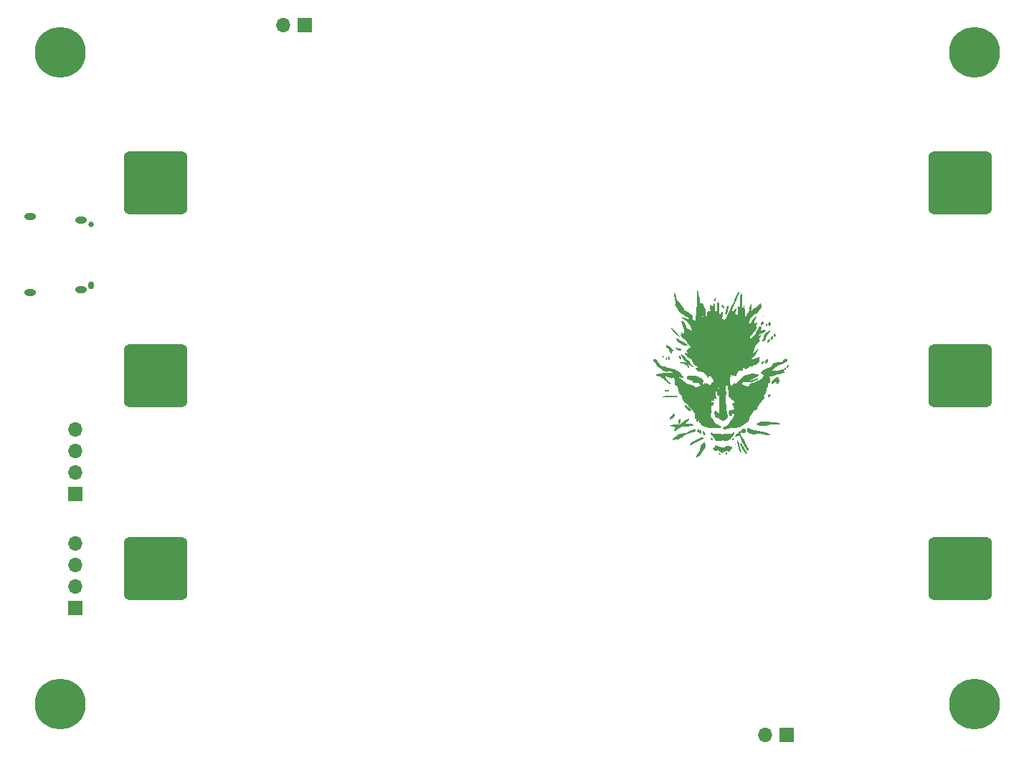
<source format=gbs>
G04 #@! TF.GenerationSoftware,KiCad,Pcbnew,7.0.1*
G04 #@! TF.CreationDate,2023-10-22T20:19:39-04:00*
G04 #@! TF.ProjectId,battery_charging_devboard,62617474-6572-4795-9f63-68617267696e,rev?*
G04 #@! TF.SameCoordinates,Original*
G04 #@! TF.FileFunction,Soldermask,Bot*
G04 #@! TF.FilePolarity,Negative*
%FSLAX46Y46*%
G04 Gerber Fmt 4.6, Leading zero omitted, Abs format (unit mm)*
G04 Created by KiCad (PCBNEW 7.0.1) date 2023-10-22 20:19:39*
%MOMM*%
%LPD*%
G01*
G04 APERTURE LIST*
G04 Aperture macros list*
%AMRoundRect*
0 Rectangle with rounded corners*
0 $1 Rounding radius*
0 $2 $3 $4 $5 $6 $7 $8 $9 X,Y pos of 4 corners*
0 Add a 4 corners polygon primitive as box body*
4,1,4,$2,$3,$4,$5,$6,$7,$8,$9,$2,$3,0*
0 Add four circle primitives for the rounded corners*
1,1,$1+$1,$2,$3*
1,1,$1+$1,$4,$5*
1,1,$1+$1,$6,$7*
1,1,$1+$1,$8,$9*
0 Add four rect primitives between the rounded corners*
20,1,$1+$1,$2,$3,$4,$5,0*
20,1,$1+$1,$4,$5,$6,$7,0*
20,1,$1+$1,$6,$7,$8,$9,0*
20,1,$1+$1,$8,$9,$2,$3,0*%
G04 Aperture macros list end*
%ADD10C,0.800000*%
%ADD11C,6.000000*%
%ADD12R,1.700000X1.700000*%
%ADD13O,1.700000X1.700000*%
%ADD14C,0.650000*%
%ADD15O,0.650000X0.950000*%
%ADD16O,1.400000X0.800000*%
%ADD17RoundRect,0.750000X3.000000X3.000000X-3.000000X3.000000X-3.000000X-3.000000X3.000000X-3.000000X0*%
G04 APERTURE END LIST*
G36*
X127080000Y-75133390D02*
G01*
X127058475Y-75154915D01*
X127036949Y-75133390D01*
X127058475Y-75111864D01*
X127080000Y-75133390D01*
G37*
G36*
X123765085Y-90287288D02*
G01*
X123743560Y-90308813D01*
X123722034Y-90287288D01*
X123743560Y-90265762D01*
X123765085Y-90287288D01*
G37*
G36*
X115279394Y-79825630D02*
G01*
X115301773Y-79895670D01*
X115279798Y-80008898D01*
X115243120Y-80086370D01*
X115204580Y-80092855D01*
X115153443Y-80016909D01*
X115128015Y-79943119D01*
X115157199Y-79866231D01*
X115225152Y-79813312D01*
X115279394Y-79825630D01*
G37*
G36*
X122751229Y-91297190D02*
G01*
X122797283Y-91350125D01*
X122813780Y-91430366D01*
X122764153Y-91485725D01*
X122658683Y-91503730D01*
X122584688Y-91469526D01*
X122565270Y-91398749D01*
X122616190Y-91310105D01*
X122623776Y-91302662D01*
X122686939Y-91265234D01*
X122751229Y-91297190D01*
G37*
G36*
X121914931Y-91328598D02*
G01*
X121979226Y-91404452D01*
X121982762Y-91497063D01*
X121967928Y-91528949D01*
X121932275Y-91543530D01*
X121859556Y-91503230D01*
X121808538Y-91462582D01*
X121754796Y-91385682D01*
X121757030Y-91324155D01*
X121819369Y-91298983D01*
X121914931Y-91328598D01*
G37*
G36*
X127430792Y-76035810D02*
G01*
X127485990Y-76111959D01*
X127534176Y-76245918D01*
X127547984Y-76313926D01*
X127532369Y-76354540D01*
X127462298Y-76353304D01*
X127410542Y-76339579D01*
X127365823Y-76288338D01*
X127346469Y-76177373D01*
X127349600Y-76075292D01*
X127381142Y-76022059D01*
X127430792Y-76035810D01*
G37*
G36*
X123584394Y-89588063D02*
G01*
X123618841Y-89650471D01*
X123593358Y-89748263D01*
X123579901Y-89769339D01*
X123503931Y-89824991D01*
X123420350Y-89828108D01*
X123363611Y-89774723D01*
X123360412Y-89753274D01*
X123391865Y-89677225D01*
X123461466Y-89607495D01*
X123539917Y-89576949D01*
X123584394Y-89588063D01*
G37*
G36*
X115647015Y-79990561D02*
G01*
X115692483Y-80053875D01*
X115712253Y-80156738D01*
X115697807Y-80259571D01*
X115670200Y-80303373D01*
X115610071Y-80312907D01*
X115548975Y-80245678D01*
X115531908Y-80172521D01*
X115545650Y-80078369D01*
X115585154Y-80005839D01*
X115639184Y-79987139D01*
X115647015Y-79990561D01*
G37*
G36*
X130009099Y-80924987D02*
G01*
X130044699Y-80952576D01*
X130037763Y-81026885D01*
X129988129Y-81161891D01*
X129931907Y-81256646D01*
X129866582Y-81306416D01*
X129813870Y-81297325D01*
X129792204Y-81223570D01*
X129802894Y-81157171D01*
X129851750Y-81048549D01*
X129921393Y-80960201D01*
X129990884Y-80923729D01*
X130009099Y-80924987D01*
G37*
G36*
X127895351Y-84435770D02*
G01*
X127929190Y-84513094D01*
X127899767Y-84622737D01*
X127881443Y-84648612D01*
X127802962Y-84699247D01*
X127708826Y-84715918D01*
X127629790Y-84696846D01*
X127596610Y-84640254D01*
X127596682Y-84636118D01*
X127634765Y-84533613D01*
X127720187Y-84447200D01*
X127819888Y-84410847D01*
X127895351Y-84435770D01*
G37*
G36*
X127814539Y-77897011D02*
G01*
X127837488Y-77965662D01*
X127817966Y-78071493D01*
X127764201Y-78178639D01*
X127687829Y-78254287D01*
X127599525Y-78292336D01*
X127531438Y-78283774D01*
X127513274Y-78223437D01*
X127547385Y-78123126D01*
X127636121Y-77994645D01*
X127706591Y-77917925D01*
X127768196Y-77879126D01*
X127814539Y-77897011D01*
G37*
G36*
X127098081Y-80495614D02*
G01*
X127157674Y-80529123D01*
X127141796Y-80602659D01*
X127050420Y-80716881D01*
X127022609Y-80745287D01*
X126932939Y-80820295D01*
X126875460Y-80828301D01*
X126837136Y-80772718D01*
X126832487Y-80709546D01*
X126876791Y-80609441D01*
X126960437Y-80527295D01*
X127059467Y-80493220D01*
X127098081Y-80495614D01*
G37*
G36*
X119643795Y-88586241D02*
G01*
X119717173Y-88681369D01*
X119758437Y-88764703D01*
X119774718Y-88911958D01*
X119707765Y-89049576D01*
X119641086Y-89101753D01*
X119576919Y-89089135D01*
X119530326Y-89015615D01*
X119509219Y-88894397D01*
X119521506Y-88738685D01*
X119544020Y-88646290D01*
X119587216Y-88574215D01*
X119643795Y-88586241D01*
G37*
G36*
X115955141Y-79996031D02*
G01*
X115976327Y-80032559D01*
X116009162Y-80144496D01*
X116014072Y-80258913D01*
X115987232Y-80335367D01*
X115917876Y-80368070D01*
X115859159Y-80334564D01*
X115820835Y-80253704D01*
X115812074Y-80144929D01*
X115842050Y-80027679D01*
X115878301Y-79955783D01*
X115909617Y-79943001D01*
X115955141Y-79996031D01*
G37*
G36*
X128473162Y-77259353D02*
G01*
X128513300Y-77351405D01*
X128523631Y-77463107D01*
X128497261Y-77548355D01*
X128464238Y-77586709D01*
X128423835Y-77605353D01*
X128353521Y-77582682D01*
X128308510Y-77537827D01*
X128285424Y-77437275D01*
X128288444Y-77398613D01*
X128324394Y-77300360D01*
X128385211Y-77239115D01*
X128450972Y-77238768D01*
X128473162Y-77259353D01*
G37*
G36*
X128177717Y-77546711D02*
G01*
X128204215Y-77615917D01*
X128199360Y-77713439D01*
X128164869Y-77812715D01*
X128102458Y-77887182D01*
X128018112Y-77930778D01*
X127923038Y-77937318D01*
X127868265Y-77885702D01*
X127868904Y-77852852D01*
X127907756Y-77763431D01*
X127977474Y-77660590D01*
X128057055Y-77573321D01*
X128125497Y-77530616D01*
X128177717Y-77546711D01*
G37*
G36*
X127876773Y-75904564D02*
G01*
X127943294Y-75953479D01*
X127976613Y-76009718D01*
X127959237Y-76086512D01*
X127892475Y-76209299D01*
X127864576Y-76253587D01*
X127782967Y-76342438D01*
X127717701Y-76347648D01*
X127671768Y-76270409D01*
X127648157Y-76111912D01*
X127651024Y-75964249D01*
X127687537Y-75870089D01*
X127761906Y-75850992D01*
X127876773Y-75904564D01*
G37*
G36*
X127619378Y-80235190D02*
G01*
X127639665Y-80310521D01*
X127622736Y-80419189D01*
X127568478Y-80546107D01*
X127476779Y-80676186D01*
X127394313Y-80741218D01*
X127324529Y-80735640D01*
X127285832Y-80654661D01*
X127283301Y-80619866D01*
X127311041Y-80478430D01*
X127380882Y-80338010D01*
X127473532Y-80241113D01*
X127561987Y-80208284D01*
X127619378Y-80235190D01*
G37*
G36*
X121453219Y-73012093D02*
G01*
X121457629Y-73110301D01*
X121435327Y-73235686D01*
X121389710Y-73357542D01*
X121359183Y-73403815D01*
X121296498Y-73435776D01*
X121245892Y-73394296D01*
X121225085Y-73286972D01*
X121225749Y-73266693D01*
X121251982Y-73148606D01*
X121305307Y-73045370D01*
X121370405Y-72980040D01*
X121431957Y-72975667D01*
X121453219Y-73012093D01*
G37*
G36*
X120009716Y-88739488D02*
G01*
X120095826Y-88834322D01*
X120180227Y-88973895D01*
X120214817Y-89090598D01*
X120187336Y-89173422D01*
X120183839Y-89177555D01*
X120102031Y-89229401D01*
X120023294Y-89197291D01*
X119952888Y-89083247D01*
X119922439Y-89000296D01*
X119893626Y-88860069D01*
X119902587Y-88762860D01*
X119943293Y-88719167D01*
X120009716Y-88739488D01*
G37*
G36*
X119406613Y-88546561D02*
G01*
X119448675Y-88585551D01*
X119460000Y-88687231D01*
X119459950Y-88695755D01*
X119450999Y-88800354D01*
X119431300Y-88859435D01*
X119408003Y-88876837D01*
X119329385Y-88881003D01*
X119270916Y-88820138D01*
X119260049Y-88780250D01*
X119264867Y-88670487D01*
X119308586Y-88580828D01*
X119378566Y-88543729D01*
X119406613Y-88546561D01*
G37*
G36*
X117173592Y-79864891D02*
G01*
X117253677Y-79927494D01*
X117326734Y-80021953D01*
X117373013Y-80119329D01*
X117372765Y-80190681D01*
X117341046Y-80223290D01*
X117260475Y-80221814D01*
X117148792Y-80141309D01*
X117140009Y-80132793D01*
X117070013Y-80034218D01*
X117047062Y-79940273D01*
X117071542Y-79873196D01*
X117143837Y-79855226D01*
X117173592Y-79864891D01*
G37*
G36*
X120965400Y-89576377D02*
G01*
X120970986Y-89578725D01*
X121067540Y-89643604D01*
X121095932Y-89735844D01*
X121095491Y-89756008D01*
X121072951Y-89820654D01*
X121000507Y-89827485D01*
X120985222Y-89823902D01*
X120908652Y-89775174D01*
X120839749Y-89694796D01*
X120798553Y-89611012D01*
X120805105Y-89552070D01*
X120807241Y-89550300D01*
X120867855Y-89547468D01*
X120965400Y-89576377D01*
G37*
G36*
X115785531Y-83892757D02*
G01*
X115882899Y-83922650D01*
X115901408Y-83972944D01*
X115837915Y-84039837D01*
X115754618Y-84081780D01*
X115672846Y-84091871D01*
X115601062Y-84074094D01*
X115488560Y-84048096D01*
X115449112Y-84037588D01*
X115381894Y-83999211D01*
X115385291Y-83957137D01*
X115448526Y-83919169D01*
X115560821Y-83893109D01*
X115711398Y-83886761D01*
X115785531Y-83892757D01*
G37*
G36*
X127054372Y-75791349D02*
G01*
X127104061Y-75877240D01*
X127115593Y-75979795D01*
X127110541Y-75999363D01*
X127052436Y-76089831D01*
X126955244Y-76175893D01*
X126870567Y-76230067D01*
X126786539Y-76267497D01*
X126746069Y-76249662D01*
X126735593Y-76176603D01*
X126752549Y-76103154D01*
X126802895Y-75992994D01*
X126870356Y-75880460D01*
X126938322Y-75792892D01*
X126990179Y-75757627D01*
X127054372Y-75791349D01*
G37*
G36*
X122268181Y-73835631D02*
G01*
X122373920Y-73913945D01*
X122413509Y-73955965D01*
X122470467Y-74080992D01*
X122447007Y-74226900D01*
X122416174Y-74270441D01*
X122360905Y-74246675D01*
X122331683Y-74214740D01*
X122301356Y-74137949D01*
X122296066Y-74112854D01*
X122245390Y-74078644D01*
X122176640Y-74061728D01*
X122121104Y-73993340D01*
X122132682Y-73899845D01*
X122190778Y-73832858D01*
X122268181Y-73835631D01*
G37*
G36*
X117249006Y-87324226D02*
G01*
X117264706Y-87445932D01*
X117269022Y-87522320D01*
X117265333Y-87643436D01*
X117236925Y-87726727D01*
X117175739Y-87804701D01*
X117129179Y-87848467D01*
X117060122Y-87873791D01*
X117019436Y-87818613D01*
X117006102Y-87682197D01*
X117007161Y-87641527D01*
X117033521Y-87476562D01*
X117088090Y-87347008D01*
X117161232Y-87277977D01*
X117161811Y-87277756D01*
X117217824Y-87273226D01*
X117249006Y-87324226D01*
G37*
G36*
X116580822Y-86733879D02*
G01*
X116617283Y-86806946D01*
X116604144Y-86915651D01*
X116549442Y-87039829D01*
X116461211Y-87159316D01*
X116347486Y-87253946D01*
X116343698Y-87256241D01*
X116198780Y-87320704D01*
X116081298Y-87332544D01*
X116004681Y-87297723D01*
X115982358Y-87222205D01*
X116027760Y-87111956D01*
X116053204Y-87075059D01*
X116188173Y-86913256D01*
X116327805Y-86792958D01*
X116456692Y-86725466D01*
X116559425Y-86722080D01*
X116580822Y-86733879D01*
G37*
G36*
X124865988Y-88450984D02*
G01*
X124939792Y-88503750D01*
X124991421Y-88624595D01*
X124992693Y-88628843D01*
X124998051Y-88702045D01*
X124958034Y-88775046D01*
X124859717Y-88872137D01*
X124777879Y-88940429D01*
X124668289Y-89003833D01*
X124578758Y-89004392D01*
X124489577Y-88946039D01*
X124485521Y-88942321D01*
X124422313Y-88851635D01*
X124424850Y-88744938D01*
X124493346Y-88602692D01*
X124505291Y-88583827D01*
X124598665Y-88488605D01*
X124731700Y-88449693D01*
X124743414Y-88448387D01*
X124865988Y-88450984D01*
G37*
G36*
X122922695Y-73921128D02*
G01*
X122956329Y-73983871D01*
X122962588Y-74106272D01*
X122945109Y-74269866D01*
X122907531Y-74456186D01*
X122853494Y-74646765D01*
X122786636Y-74823137D01*
X122710596Y-74966836D01*
X122670619Y-75018011D01*
X122611937Y-75044992D01*
X122573603Y-74991855D01*
X122560172Y-74861781D01*
X122574526Y-74703945D01*
X122612262Y-74524228D01*
X122666678Y-74340442D01*
X122731074Y-74170289D01*
X122798751Y-74031471D01*
X122863007Y-73941692D01*
X122917143Y-73918653D01*
X122922695Y-73921128D01*
G37*
G36*
X116814987Y-78895913D02*
G01*
X116928921Y-78943724D01*
X116979770Y-78965176D01*
X117116920Y-79010179D01*
X117223509Y-79028546D01*
X117263264Y-79030595D01*
X117367811Y-79063603D01*
X117403072Y-79128385D01*
X117360922Y-79213974D01*
X117332692Y-79241156D01*
X117247842Y-79277994D01*
X117117987Y-79273720D01*
X117038317Y-79254136D01*
X116908976Y-79190346D01*
X116798833Y-79102672D01*
X116728439Y-79008945D01*
X116718345Y-78926995D01*
X116724903Y-78911912D01*
X116754609Y-78885915D01*
X116814987Y-78895913D01*
G37*
G36*
X117963232Y-85655440D02*
G01*
X118053489Y-85746112D01*
X118079813Y-85774394D01*
X118214705Y-85903956D01*
X118350863Y-86016930D01*
X118387856Y-86045460D01*
X118512296Y-86164121D01*
X118578322Y-86269730D01*
X118576908Y-86349025D01*
X118544876Y-86381012D01*
X118455925Y-86387500D01*
X118324595Y-86327393D01*
X118148495Y-86199419D01*
X117925233Y-86002305D01*
X117827806Y-85902161D01*
X117760187Y-85794929D01*
X117764440Y-85711558D01*
X117838235Y-85642411D01*
X117842633Y-85639808D01*
X117900535Y-85623662D01*
X117963232Y-85655440D01*
G37*
G36*
X117648839Y-80559527D02*
G01*
X117818639Y-80610597D01*
X118008009Y-80720764D01*
X118009355Y-80721685D01*
X118105732Y-80815324D01*
X118199121Y-80948521D01*
X118269696Y-81088340D01*
X118297627Y-81201844D01*
X118284010Y-81255611D01*
X118233925Y-81256229D01*
X118142373Y-81192218D01*
X118004515Y-81061256D01*
X117901682Y-80964470D01*
X117751009Y-80860733D01*
X117586456Y-80799726D01*
X117557925Y-80792326D01*
X117368335Y-80733508D01*
X117259748Y-80679476D01*
X117233249Y-80631881D01*
X117289923Y-80592379D01*
X117430856Y-80562623D01*
X117465560Y-80558496D01*
X117648839Y-80559527D01*
G37*
G36*
X124485843Y-90204647D02*
G01*
X124580597Y-90297051D01*
X124647280Y-90437966D01*
X124673207Y-90499397D01*
X124737885Y-90624185D01*
X124828885Y-90785708D01*
X124935414Y-90964254D01*
X125026420Y-91118667D01*
X125105644Y-91266667D01*
X125154506Y-91374906D01*
X125164908Y-91427050D01*
X125143648Y-91453723D01*
X125103975Y-91463558D01*
X125046573Y-91427804D01*
X124960427Y-91338478D01*
X124834523Y-91187596D01*
X124722243Y-91043690D01*
X124562874Y-90815758D01*
X124441120Y-90609853D01*
X124360676Y-90434631D01*
X124325239Y-90298753D01*
X124338507Y-90210877D01*
X124404175Y-90179661D01*
X124485843Y-90204647D01*
G37*
G36*
X124028248Y-89824179D02*
G01*
X124085108Y-89900025D01*
X124143651Y-90034285D01*
X124196813Y-90209137D01*
X124237530Y-90406761D01*
X124267532Y-90550876D01*
X124328324Y-90757454D01*
X124397917Y-90931334D01*
X124430117Y-90998601D01*
X124474797Y-91110339D01*
X124482031Y-91180451D01*
X124456222Y-91231607D01*
X124418342Y-91269516D01*
X124363518Y-91298983D01*
X124326828Y-91282251D01*
X124264955Y-91196591D01*
X124204715Y-91053085D01*
X124154245Y-90868474D01*
X124116755Y-90704392D01*
X124067164Y-90501002D01*
X124016287Y-90302682D01*
X123976777Y-90139458D01*
X123948246Y-89957180D01*
X123956824Y-89849262D01*
X124002454Y-89813729D01*
X124028248Y-89824179D01*
G37*
G36*
X116236150Y-76491508D02*
G01*
X116289243Y-76537719D01*
X116382161Y-76635738D01*
X116503614Y-76773269D01*
X116642312Y-76938015D01*
X116674527Y-76976938D01*
X116812698Y-77139714D01*
X116932745Y-77274758D01*
X117022731Y-77368944D01*
X117070719Y-77409143D01*
X117115280Y-77440228D01*
X117177004Y-77520280D01*
X117190241Y-77547504D01*
X117198219Y-77605915D01*
X117154496Y-77611738D01*
X117068380Y-77569118D01*
X116949182Y-77482201D01*
X116806209Y-77355135D01*
X116675956Y-77224786D01*
X116509879Y-77041589D01*
X116371706Y-76869379D01*
X116268059Y-76718110D01*
X116205556Y-76597736D01*
X116190821Y-76518211D01*
X116230472Y-76489491D01*
X116236150Y-76491508D01*
G37*
G36*
X116776870Y-77764429D02*
G01*
X116868909Y-77805219D01*
X117003071Y-77879068D01*
X117162414Y-77977159D01*
X117256376Y-78036564D01*
X117446498Y-78150751D01*
X117622668Y-78249627D01*
X117756174Y-78316772D01*
X117840354Y-78357967D01*
X117969204Y-78434818D01*
X118053229Y-78502767D01*
X118099297Y-78558443D01*
X118105677Y-78599522D01*
X118053229Y-78638598D01*
X117966510Y-78664645D01*
X117847534Y-78663334D01*
X117705412Y-78624434D01*
X117503558Y-78541480D01*
X117296725Y-78433902D01*
X117114315Y-78317265D01*
X116985730Y-78207133D01*
X116969703Y-78189169D01*
X116854314Y-78044168D01*
X116772921Y-77913821D01*
X116734029Y-77813984D01*
X116746144Y-77760513D01*
X116776870Y-77764429D01*
G37*
G36*
X127847022Y-76856823D02*
G01*
X127854755Y-76909237D01*
X127852715Y-76931892D01*
X127804478Y-77054780D01*
X127697018Y-77218437D01*
X127536869Y-77412521D01*
X127434859Y-77551571D01*
X127338638Y-77798220D01*
X127320048Y-77871698D01*
X127272382Y-78004672D01*
X127222529Y-78091377D01*
X127166016Y-78142536D01*
X127077859Y-78162711D01*
X126970466Y-78107827D01*
X126935459Y-78080638D01*
X126911284Y-78041217D01*
X126926860Y-77982155D01*
X126983763Y-77875948D01*
X127007564Y-77830699D01*
X127059351Y-77705798D01*
X127080000Y-77611577D01*
X127085639Y-77549569D01*
X127147928Y-77395576D01*
X127283055Y-77231340D01*
X127495994Y-77050149D01*
X127639986Y-76943294D01*
X127750797Y-76869469D01*
X127816089Y-76842106D01*
X127847022Y-76856823D01*
G37*
G36*
X116739322Y-84554931D02*
G01*
X116825853Y-84578745D01*
X116899947Y-84634238D01*
X116910148Y-84695461D01*
X116836435Y-84745879D01*
X116836021Y-84746028D01*
X116766829Y-84755904D01*
X116626813Y-84764827D01*
X116431027Y-84772226D01*
X116194527Y-84777530D01*
X115932368Y-84780168D01*
X115761935Y-84780507D01*
X115504434Y-84778702D01*
X115319480Y-84773260D01*
X115198269Y-84763638D01*
X115131999Y-84749297D01*
X115111865Y-84729693D01*
X115114766Y-84715425D01*
X115173220Y-84663621D01*
X115290429Y-84620539D01*
X115444738Y-84592395D01*
X115614490Y-84585407D01*
X115684155Y-84586099D01*
X115853854Y-84582358D01*
X116061514Y-84573390D01*
X116276955Y-84560336D01*
X116373138Y-84554140D01*
X116591787Y-84546842D01*
X116739322Y-84554931D01*
G37*
G36*
X120191756Y-90144453D02*
G01*
X120208741Y-90243052D01*
X120212329Y-90413534D01*
X120212301Y-90419814D01*
X120208309Y-90547631D01*
X120191734Y-90649639D01*
X120153480Y-90749994D01*
X120084450Y-90872856D01*
X119975549Y-91042382D01*
X119935113Y-91102537D01*
X119790204Y-91302678D01*
X119634998Y-91499173D01*
X119496821Y-91656945D01*
X119464848Y-91689931D01*
X119347968Y-91799398D01*
X119256625Y-91867739D01*
X119206228Y-91882970D01*
X119165355Y-91826771D01*
X119166757Y-91710477D01*
X119223229Y-91553385D01*
X119331963Y-91367019D01*
X119421843Y-91224540D01*
X119493201Y-91092417D01*
X119529389Y-91001087D01*
X119545326Y-90931300D01*
X119641306Y-90611135D01*
X119758552Y-90370666D01*
X119899284Y-90206221D01*
X120065724Y-90114128D01*
X120090234Y-90107017D01*
X120154534Y-90103764D01*
X120191756Y-90144453D01*
G37*
G36*
X115624591Y-78599922D02*
G01*
X115745185Y-78638332D01*
X115900218Y-78722106D01*
X116069014Y-78836233D01*
X116230898Y-78965706D01*
X116365197Y-79095515D01*
X116451234Y-79210650D01*
X116451287Y-79210749D01*
X116477037Y-79303704D01*
X116435811Y-79345973D01*
X116335404Y-79329551D01*
X116317330Y-79322749D01*
X116256850Y-79307958D01*
X116240783Y-79340480D01*
X116255618Y-79438823D01*
X116255733Y-79439437D01*
X116264447Y-79550918D01*
X116236248Y-79589152D01*
X116235290Y-79589124D01*
X116181968Y-79553812D01*
X116104653Y-79467829D01*
X116020997Y-79354940D01*
X115948651Y-79238913D01*
X115905268Y-79143513D01*
X115885075Y-79101398D01*
X115811558Y-79001550D01*
X115710024Y-78894549D01*
X115615325Y-78793756D01*
X115553250Y-78693214D01*
X115549716Y-78624457D01*
X115608664Y-78598983D01*
X115624591Y-78599922D01*
G37*
G36*
X119970766Y-89455520D02*
G01*
X120015431Y-89499554D01*
X119999454Y-89577660D01*
X119912781Y-89687742D01*
X119852020Y-89739443D01*
X119681187Y-89842795D01*
X119474385Y-89931154D01*
X119264940Y-89989022D01*
X119262944Y-89989403D01*
X119119413Y-90039241D01*
X118991809Y-90117174D01*
X118942029Y-90155517D01*
X118810025Y-90243330D01*
X118665593Y-90327060D01*
X118558210Y-90381158D01*
X118432187Y-90428916D01*
X118362262Y-90426446D01*
X118340678Y-90374888D01*
X118350904Y-90328415D01*
X118421350Y-90219843D01*
X118544517Y-90098690D01*
X118703620Y-89980303D01*
X118881876Y-89880028D01*
X118890975Y-89875738D01*
X119031847Y-89811801D01*
X119141401Y-89766411D01*
X119196594Y-89749152D01*
X119249292Y-89728787D01*
X119352894Y-89674613D01*
X119484540Y-89598474D01*
X119573462Y-89548812D01*
X119739727Y-89478053D01*
X119875513Y-89447654D01*
X119970766Y-89455520D01*
G37*
G36*
X117434672Y-79696038D02*
G01*
X117542330Y-79746148D01*
X117658082Y-79826267D01*
X117765437Y-79927285D01*
X117847902Y-80040090D01*
X117869275Y-80075545D01*
X117968544Y-80203493D01*
X118073131Y-80298396D01*
X118155051Y-80362487D01*
X118263680Y-80465482D01*
X118365281Y-80576667D01*
X118440461Y-80674567D01*
X118469831Y-80737709D01*
X118484782Y-80768318D01*
X118547329Y-80846240D01*
X118642034Y-80945254D01*
X118710794Y-81017453D01*
X118785295Y-81112153D01*
X118814238Y-81173851D01*
X118809476Y-81201478D01*
X118778359Y-81214115D01*
X118710091Y-81184666D01*
X118595269Y-81108476D01*
X118424490Y-80980890D01*
X118324259Y-80902632D01*
X118045765Y-80669439D01*
X117800579Y-80440687D01*
X117596429Y-80224949D01*
X117441041Y-80030797D01*
X117342141Y-79866805D01*
X117307458Y-79741545D01*
X117309613Y-79722289D01*
X117351603Y-79685049D01*
X117434672Y-79696038D01*
G37*
G36*
X127326439Y-87603619D02*
G01*
X127547687Y-87627885D01*
X127741074Y-87665196D01*
X127984721Y-87708711D01*
X128306949Y-87708644D01*
X128481809Y-87700235D01*
X128655996Y-87714601D01*
X128820571Y-87760246D01*
X128853463Y-87772615D01*
X128979618Y-87832738D01*
X129044968Y-87886809D01*
X129042966Y-87926617D01*
X128967062Y-87943949D01*
X128902039Y-87945892D01*
X128482803Y-87961149D01*
X128142193Y-87979160D01*
X127873667Y-88000555D01*
X127670684Y-88025962D01*
X127526702Y-88056012D01*
X127435181Y-88091333D01*
X127417927Y-88100010D01*
X127276816Y-88134764D01*
X127083999Y-88144767D01*
X126864947Y-88132413D01*
X126645130Y-88100094D01*
X126450019Y-88050205D01*
X126305085Y-87985139D01*
X126278759Y-87962576D01*
X126268903Y-87900162D01*
X126326311Y-87831927D01*
X126438384Y-87763433D01*
X126592528Y-87700244D01*
X126776145Y-87647923D01*
X126976639Y-87612032D01*
X127181413Y-87598134D01*
X127326439Y-87603619D01*
G37*
G36*
X128834044Y-82301731D02*
G01*
X128875997Y-82343740D01*
X128872336Y-82449417D01*
X128823174Y-82610333D01*
X128817696Y-82625803D01*
X128823230Y-82664947D01*
X128891469Y-82657365D01*
X128906453Y-82653575D01*
X128959404Y-82650216D01*
X128974235Y-82690269D01*
X128961413Y-82794212D01*
X128950221Y-82853745D01*
X128887558Y-83028764D01*
X128789109Y-83129860D01*
X128650364Y-83162373D01*
X128562750Y-83154974D01*
X128508698Y-83118460D01*
X128527743Y-83045965D01*
X128619068Y-82931469D01*
X128737458Y-82803481D01*
X128565254Y-82903789D01*
X128522913Y-82929097D01*
X128398358Y-83009865D01*
X128306949Y-83077756D01*
X128238064Y-83129005D01*
X128156271Y-83172609D01*
X128092641Y-83183380D01*
X128041871Y-83145168D01*
X128027119Y-83035335D01*
X128038700Y-82971212D01*
X128109321Y-82835937D01*
X128228471Y-82687906D01*
X128377994Y-82543775D01*
X128539733Y-82420202D01*
X128695529Y-82333843D01*
X128827226Y-82301356D01*
X128834044Y-82301731D01*
G37*
G36*
X119049748Y-88542675D02*
G01*
X119091571Y-88604505D01*
X119072158Y-88688027D01*
X118983190Y-88774907D01*
X118833144Y-88859353D01*
X118630498Y-88935572D01*
X118383729Y-88997771D01*
X118346817Y-89005262D01*
X118106139Y-89062079D01*
X117922336Y-89125337D01*
X117769715Y-89205704D01*
X117622581Y-89313851D01*
X117453946Y-89448562D01*
X117277522Y-89574731D01*
X117127190Y-89658769D01*
X116983416Y-89711200D01*
X116826665Y-89742543D01*
X116779598Y-89749191D01*
X116563385Y-89775987D01*
X116420463Y-89785253D01*
X116341532Y-89777157D01*
X116317288Y-89751869D01*
X116317692Y-89749060D01*
X116352709Y-89695787D01*
X116433154Y-89603923D01*
X116543305Y-89491574D01*
X116664183Y-89382484D01*
X116957104Y-89184364D01*
X117286222Y-89051886D01*
X117668407Y-88977341D01*
X117739741Y-88968729D01*
X117920134Y-88940206D01*
X118061230Y-88900029D01*
X118198451Y-88835953D01*
X118367220Y-88735728D01*
X118561949Y-88624295D01*
X118775324Y-88533636D01*
X118939051Y-88506110D01*
X119049748Y-88542675D01*
G37*
G36*
X125290518Y-88374720D02*
G01*
X125451314Y-88452241D01*
X125699269Y-88558229D01*
X126003729Y-88621562D01*
X126182700Y-88647813D01*
X126419553Y-88689782D01*
X126627966Y-88733655D01*
X126792433Y-88772292D01*
X126970258Y-88813600D01*
X127105076Y-88844423D01*
X127205090Y-88869937D01*
X127388596Y-88927257D01*
X127572924Y-88994831D01*
X127730007Y-89062077D01*
X127831780Y-89118414D01*
X127874664Y-89165734D01*
X127880477Y-89226011D01*
X127845478Y-89253511D01*
X127735527Y-89273806D01*
X127576929Y-89265219D01*
X127389178Y-89229391D01*
X127191770Y-89167966D01*
X127060959Y-89127203D01*
X126794660Y-89077680D01*
X126507865Y-89056827D01*
X126233814Y-89066330D01*
X126005745Y-89107872D01*
X125916745Y-89128334D01*
X125826022Y-89127368D01*
X125712585Y-89098712D01*
X125548716Y-89038136D01*
X125532691Y-89031796D01*
X125382380Y-88968186D01*
X125263976Y-88911097D01*
X125201899Y-88872213D01*
X125186940Y-88849829D01*
X125153093Y-88753534D01*
X125127948Y-88623187D01*
X125119261Y-88527546D01*
X125131557Y-88408638D01*
X125186288Y-88358941D01*
X125290518Y-88374720D01*
G37*
G36*
X124328011Y-88721510D02*
G01*
X124357235Y-88837277D01*
X124367138Y-89034716D01*
X124370636Y-89168737D01*
X124390623Y-89270400D01*
X124441608Y-89352675D01*
X124538135Y-89450964D01*
X124592824Y-89507904D01*
X124708229Y-89656056D01*
X124791731Y-89799467D01*
X124881525Y-89999841D01*
X124988117Y-90234384D01*
X125070042Y-90409089D01*
X125132855Y-90535400D01*
X125182112Y-90624764D01*
X125223370Y-90688625D01*
X125227195Y-90694062D01*
X125305487Y-90855246D01*
X125319873Y-91008390D01*
X125312205Y-91028223D01*
X125260687Y-91040978D01*
X125181878Y-91002725D01*
X125098466Y-90922288D01*
X125081079Y-90900020D01*
X124957430Y-90725748D01*
X124828035Y-90520364D01*
X124701922Y-90300919D01*
X124588119Y-90084464D01*
X124495654Y-89888051D01*
X124433554Y-89728731D01*
X124410848Y-89623556D01*
X124406510Y-89599875D01*
X124366491Y-89509139D01*
X124298162Y-89397446D01*
X124185477Y-89234841D01*
X124003787Y-89341319D01*
X123936816Y-89378282D01*
X123800972Y-89434917D01*
X123711330Y-89443359D01*
X123678983Y-89401550D01*
X123680763Y-89394019D01*
X123721336Y-89330832D01*
X123804522Y-89229145D01*
X123915763Y-89107064D01*
X123944897Y-89076182D01*
X124050561Y-88957747D01*
X124124623Y-88864415D01*
X124152543Y-88814175D01*
X124164299Y-88779377D01*
X124220400Y-88713209D01*
X124278330Y-88684929D01*
X124328011Y-88721510D01*
G37*
G36*
X118297627Y-87270208D02*
G01*
X118300965Y-87287682D01*
X118323759Y-87356309D01*
X118330893Y-87392674D01*
X118306053Y-87424407D01*
X118299451Y-87425957D01*
X118238637Y-87466057D01*
X118139417Y-87549400D01*
X118019691Y-87661186D01*
X117777167Y-87897966D01*
X118227605Y-87897966D01*
X118253990Y-87897986D01*
X118487699Y-87901156D01*
X118648570Y-87911245D01*
X118748612Y-87930444D01*
X118799832Y-87960942D01*
X118814238Y-88004928D01*
X118807049Y-88045938D01*
X118772567Y-88089050D01*
X118701977Y-88122944D01*
X118586951Y-88148854D01*
X118419159Y-88168017D01*
X118190272Y-88181665D01*
X117891960Y-88191033D01*
X117515895Y-88197357D01*
X117496184Y-88198046D01*
X117407670Y-88214707D01*
X117308122Y-88260679D01*
X117180084Y-88345611D01*
X117006102Y-88479152D01*
X116869939Y-88582180D01*
X116692505Y-88696583D01*
X116560269Y-88755885D01*
X116477679Y-88760400D01*
X116449185Y-88710446D01*
X116479236Y-88606337D01*
X116572282Y-88448389D01*
X116698123Y-88263898D01*
X116389316Y-88207393D01*
X116267795Y-88183065D01*
X116102347Y-88137226D01*
X116021934Y-88091605D01*
X116025858Y-88045893D01*
X116032584Y-88042728D01*
X116105233Y-88029533D01*
X116242560Y-88013637D01*
X116428182Y-87996763D01*
X116645718Y-87980637D01*
X116691609Y-87977571D01*
X116916979Y-87961387D01*
X117076251Y-87945733D01*
X117186411Y-87926757D01*
X117264442Y-87900605D01*
X117327328Y-87863427D01*
X117392052Y-87811371D01*
X117497661Y-87723599D01*
X117696988Y-87569380D01*
X117884350Y-87437996D01*
X118048920Y-87335918D01*
X118179874Y-87269615D01*
X118266385Y-87245555D01*
X118297627Y-87270208D01*
G37*
G36*
X123664987Y-88953712D02*
G01*
X123664232Y-88964863D01*
X123628701Y-89034192D01*
X123552997Y-89144153D01*
X123449251Y-89276594D01*
X123420350Y-89312240D01*
X123312490Y-89457627D01*
X123229928Y-89587902D01*
X123188627Y-89678453D01*
X123175839Y-89722856D01*
X123133742Y-89780625D01*
X123054862Y-89781689D01*
X122955545Y-89787404D01*
X122841789Y-89833747D01*
X122825606Y-89843883D01*
X122740631Y-89878597D01*
X122629724Y-89887595D01*
X122463927Y-89873961D01*
X122335483Y-89861991D01*
X122217625Y-89858165D01*
X122157800Y-89865681D01*
X122142372Y-89871403D01*
X122056053Y-89882603D01*
X121932400Y-89885275D01*
X121882642Y-89885730D01*
X121774339Y-89898388D01*
X121719179Y-89922958D01*
X121713602Y-89931851D01*
X121686465Y-89959089D01*
X121640668Y-89953340D01*
X121546539Y-89912872D01*
X121530762Y-89904642D01*
X121434936Y-89822278D01*
X121354461Y-89708381D01*
X121288441Y-89606056D01*
X121180077Y-89469014D01*
X121056558Y-89333337D01*
X121005126Y-89279364D01*
X120888401Y-89132865D01*
X120839584Y-89023412D01*
X120859708Y-88954890D01*
X120949803Y-88931186D01*
X120965743Y-88932139D01*
X121077801Y-88968185D01*
X121191565Y-89040227D01*
X121278610Y-89106611D01*
X121329884Y-89119012D01*
X121369983Y-89083002D01*
X121392658Y-89058077D01*
X121456253Y-89037610D01*
X121565842Y-89059098D01*
X121570793Y-89060493D01*
X121703095Y-89081495D01*
X121817212Y-89075271D01*
X121835493Y-89071866D01*
X121954260Y-89074632D01*
X122088533Y-89104192D01*
X122098200Y-89107338D01*
X122231895Y-89135641D01*
X122310723Y-89114600D01*
X122372826Y-89086009D01*
X122507377Y-89057046D01*
X122677742Y-89038330D01*
X122855854Y-89031683D01*
X123013644Y-89038926D01*
X123123044Y-89061880D01*
X123134113Y-89066419D01*
X123220974Y-89091545D01*
X123288648Y-89071931D01*
X123375434Y-88997864D01*
X123409560Y-88968118D01*
X123518627Y-88907440D01*
X123611051Y-88901528D01*
X123664987Y-88953712D01*
G37*
G36*
X123291703Y-90803898D02*
G01*
X123254847Y-90870809D01*
X123210281Y-90933714D01*
X123100667Y-91056570D01*
X122996142Y-91140212D01*
X122965183Y-91157890D01*
X122889653Y-91194145D01*
X122852296Y-91183213D01*
X122824656Y-91122089D01*
X122793029Y-91065179D01*
X122757939Y-91076368D01*
X122714499Y-91108149D01*
X122621113Y-91126779D01*
X122516748Y-91143250D01*
X122381540Y-91203577D01*
X122288454Y-91288220D01*
X122279430Y-91301845D01*
X122241376Y-91336183D01*
X122189297Y-91322310D01*
X122097849Y-91255932D01*
X122097667Y-91255788D01*
X122000622Y-91195075D01*
X121920905Y-91169830D01*
X121894592Y-91163640D01*
X121807952Y-91113659D01*
X121706505Y-91029915D01*
X121677504Y-91002531D01*
X121605777Y-90940721D01*
X121579532Y-90935727D01*
X121587817Y-90983241D01*
X121596765Y-91037833D01*
X121568816Y-91101303D01*
X121498081Y-91118757D01*
X121402137Y-91092970D01*
X121298558Y-91026719D01*
X121204922Y-90922777D01*
X121155843Y-90837363D01*
X121146760Y-90803898D01*
X122990170Y-90803898D01*
X123011695Y-90825423D01*
X123033221Y-90803898D01*
X123011695Y-90782373D01*
X122990170Y-90803898D01*
X121146760Y-90803898D01*
X121127784Y-90733979D01*
X121153311Y-90672703D01*
X121231022Y-90667247D01*
X121258983Y-90672371D01*
X121300582Y-90650463D01*
X121311187Y-90563088D01*
X121312964Y-90530990D01*
X121351140Y-90451120D01*
X121434366Y-90441122D01*
X121556415Y-90502533D01*
X121632060Y-90538162D01*
X121715579Y-90541397D01*
X121727037Y-90538513D01*
X121814754Y-90550829D01*
X121923568Y-90599195D01*
X121933046Y-90604626D01*
X122089598Y-90660075D01*
X122267008Y-90676625D01*
X122432588Y-90654541D01*
X122553646Y-90594087D01*
X122563236Y-90586074D01*
X122691800Y-90531418D01*
X122899838Y-90504150D01*
X123012444Y-90499489D01*
X123108562Y-90503886D01*
X123152127Y-90525158D01*
X123162373Y-90567983D01*
X123154523Y-90611622D01*
X123108560Y-90667759D01*
X123087382Y-90679059D01*
X123101887Y-90692872D01*
X123152873Y-90673332D01*
X123226949Y-90610169D01*
X123269646Y-90567149D01*
X123339277Y-90524485D01*
X123373821Y-90544810D01*
X123372069Y-90616833D01*
X123332814Y-90729263D01*
X123291703Y-90803898D01*
G37*
G36*
X125446753Y-75691151D02*
G01*
X125389188Y-75851983D01*
X125343792Y-75983464D01*
X125322815Y-76057907D01*
X125324031Y-76088042D01*
X125345214Y-76086600D01*
X125384139Y-76066309D01*
X125438394Y-76039480D01*
X125532487Y-76002141D01*
X125534652Y-76001379D01*
X125588391Y-75951423D01*
X125662872Y-75846577D01*
X125742666Y-75708405D01*
X125755612Y-75684184D01*
X125852712Y-75524028D01*
X125963156Y-75369513D01*
X126072799Y-75237844D01*
X126167495Y-75146227D01*
X126233102Y-75111864D01*
X126247186Y-75116896D01*
X126258145Y-75172977D01*
X126235242Y-75273772D01*
X126184871Y-75397378D01*
X126113424Y-75521895D01*
X126088194Y-75562288D01*
X126027858Y-75692971D01*
X126003729Y-75803164D01*
X125997141Y-75897438D01*
X125975928Y-75995236D01*
X125974835Y-75998098D01*
X125964454Y-76040939D01*
X125994090Y-76040962D01*
X126081417Y-75998757D01*
X126109031Y-75985124D01*
X126226492Y-75941533D01*
X126313881Y-75930685D01*
X126348136Y-75956257D01*
X126344424Y-75970192D01*
X126310910Y-76043493D01*
X126253861Y-76150423D01*
X126210902Y-76233591D01*
X126187814Y-76316839D01*
X126210810Y-76369386D01*
X126257592Y-76465381D01*
X126241577Y-76595580D01*
X126160290Y-76733731D01*
X126141857Y-76756744D01*
X126051952Y-76887065D01*
X125970866Y-77027627D01*
X125953083Y-77059928D01*
X125856455Y-77194051D01*
X125750078Y-77297725D01*
X125726898Y-77316229D01*
X125618578Y-77431650D01*
X125530519Y-77565078D01*
X125468847Y-77698906D01*
X125443963Y-77796379D01*
X125471457Y-77826443D01*
X125550788Y-77789182D01*
X125681416Y-77684682D01*
X125862801Y-77513026D01*
X125917609Y-77457552D01*
X126055269Y-77305903D01*
X126144303Y-77186817D01*
X126175932Y-77111548D01*
X126205353Y-77020332D01*
X126277205Y-76925970D01*
X126290746Y-76912227D01*
X126370131Y-76797550D01*
X126429144Y-76661718D01*
X126502491Y-76509270D01*
X126614668Y-76400481D01*
X126745173Y-76360339D01*
X126747662Y-76360389D01*
X126801713Y-76398861D01*
X126825619Y-76492296D01*
X126820327Y-76616251D01*
X126786781Y-76746278D01*
X126725928Y-76857932D01*
X126707235Y-76882436D01*
X126669981Y-76946992D01*
X126693640Y-76955378D01*
X126868420Y-76892189D01*
X127081589Y-76829991D01*
X127229157Y-76808779D01*
X127306586Y-76829488D01*
X127319044Y-76850704D01*
X127301062Y-76921634D01*
X127223190Y-77007438D01*
X127100179Y-77096676D01*
X126946780Y-77177907D01*
X126777741Y-77239689D01*
X126645331Y-77282028D01*
X126551361Y-77333225D01*
X126525204Y-77392779D01*
X126557087Y-77470936D01*
X126596437Y-77502243D01*
X126647801Y-77460173D01*
X126710114Y-77403875D01*
X126760492Y-77410075D01*
X126778644Y-77494995D01*
X126766148Y-77551696D01*
X126711430Y-77667360D01*
X126627966Y-77793769D01*
X126586229Y-77849879D01*
X126515726Y-77954078D01*
X126479123Y-78022226D01*
X126481753Y-78042951D01*
X126528949Y-78004881D01*
X126569330Y-77971070D01*
X126627856Y-77960432D01*
X126649492Y-78023785D01*
X126645740Y-78040227D01*
X126600438Y-78120805D01*
X126514612Y-78237745D01*
X126401949Y-78371802D01*
X126287238Y-78501879D01*
X126148082Y-78668802D01*
X126054979Y-78799234D01*
X125999046Y-78908398D01*
X125971400Y-79011517D01*
X125963160Y-79123815D01*
X125960319Y-79186810D01*
X125943546Y-79296960D01*
X125917321Y-79352562D01*
X125912860Y-79355752D01*
X125862903Y-79417090D01*
X125805181Y-79516543D01*
X125792280Y-79544508D01*
X125789853Y-79573141D01*
X125828718Y-79551648D01*
X125914804Y-79475861D01*
X126054042Y-79341610D01*
X126154525Y-79244751D01*
X126302685Y-79113366D01*
X126402853Y-79044433D01*
X126459370Y-79035298D01*
X126476580Y-79083305D01*
X126474021Y-79099107D01*
X126440171Y-79182776D01*
X126379716Y-79291656D01*
X126339778Y-79356028D01*
X126247379Y-79505666D01*
X126154407Y-79656919D01*
X126080995Y-79764089D01*
X126051003Y-79801604D01*
X126031554Y-79825932D01*
X125997136Y-79868983D01*
X125950817Y-79926920D01*
X125815870Y-80072805D01*
X125606485Y-80277966D01*
X125764290Y-80277966D01*
X125785608Y-80277284D01*
X125935972Y-80249489D01*
X126081302Y-80193586D01*
X126146158Y-80159669D01*
X126347508Y-80061375D01*
X126499970Y-79998653D01*
X126591530Y-79976610D01*
X126611566Y-79979294D01*
X126646392Y-80025821D01*
X126628718Y-80117791D01*
X126560459Y-80239032D01*
X126514791Y-80307768D01*
X126501799Y-80352981D01*
X126538933Y-80364068D01*
X126587773Y-80374715D01*
X126599040Y-80423276D01*
X126549804Y-80516663D01*
X126438010Y-80660918D01*
X126436665Y-80662523D01*
X126291601Y-80817413D01*
X126165413Y-80917232D01*
X126067375Y-80956223D01*
X126006758Y-80928630D01*
X125990400Y-80910776D01*
X125940831Y-80916827D01*
X125857886Y-80987383D01*
X125849165Y-80995844D01*
X125743801Y-81069152D01*
X125647566Y-81094117D01*
X125634565Y-81093105D01*
X125511711Y-81092888D01*
X125429378Y-81125956D01*
X125346919Y-81207662D01*
X125225199Y-81320654D01*
X125082284Y-81399341D01*
X124948309Y-81425223D01*
X124840323Y-81395345D01*
X124775373Y-81306752D01*
X124753477Y-81259980D01*
X124716806Y-81252140D01*
X124683594Y-81315238D01*
X124661459Y-81440339D01*
X124647627Y-81591017D01*
X124392825Y-81592023D01*
X124373092Y-81592110D01*
X124238323Y-81595911D01*
X124162558Y-81613203D01*
X124121419Y-81655444D01*
X124090527Y-81734090D01*
X124087037Y-81744181D01*
X124041010Y-81846563D01*
X123996227Y-81905288D01*
X123986811Y-81913400D01*
X123939802Y-81986009D01*
X123891656Y-82096864D01*
X123829573Y-82216229D01*
X123756437Y-82258305D01*
X123714657Y-82251881D01*
X123678983Y-82217912D01*
X123646550Y-82192388D01*
X123561085Y-82185624D01*
X123464992Y-82172214D01*
X123400198Y-82096864D01*
X123364612Y-82034597D01*
X123323445Y-82000000D01*
X123283788Y-82030526D01*
X123240712Y-82129586D01*
X123193536Y-82302935D01*
X123140374Y-82556298D01*
X123130074Y-82611066D01*
X123099523Y-82813640D01*
X123095041Y-82969628D01*
X123117827Y-83108377D01*
X123169079Y-83259237D01*
X123210223Y-83338143D01*
X123268130Y-83369949D01*
X123348284Y-83333361D01*
X123463729Y-83226949D01*
X123526903Y-83166921D01*
X123625474Y-83095700D01*
X123695445Y-83073962D01*
X123721873Y-83108559D01*
X123720619Y-83116010D01*
X123691444Y-83182827D01*
X123635772Y-83281803D01*
X123609426Y-83325562D01*
X123560512Y-83414360D01*
X123559697Y-83434938D01*
X123607475Y-83386838D01*
X123704339Y-83269605D01*
X123850780Y-83082782D01*
X124021970Y-82874583D01*
X124273424Y-82611225D01*
X124525200Y-82393012D01*
X124767050Y-82227630D01*
X124988722Y-82122764D01*
X125179968Y-82086101D01*
X125304416Y-82071892D01*
X125435443Y-82032090D01*
X125436937Y-82031408D01*
X125531321Y-82008004D01*
X125676501Y-81993440D01*
X125852943Y-81987182D01*
X126041112Y-81988696D01*
X126221471Y-81997448D01*
X126374485Y-82012902D01*
X126480620Y-82034523D01*
X126520339Y-82061779D01*
X126498019Y-82120902D01*
X126412405Y-82220819D01*
X126277770Y-82337034D01*
X126110324Y-82458031D01*
X125926277Y-82572296D01*
X125741839Y-82668314D01*
X125573221Y-82734571D01*
X125504351Y-82757073D01*
X125506225Y-82767218D01*
X125590229Y-82771215D01*
X125603364Y-82770895D01*
X125712123Y-82747851D01*
X125863211Y-82695777D01*
X126028136Y-82624237D01*
X126068718Y-82604902D01*
X126215755Y-82538037D01*
X126329408Y-82491205D01*
X126387823Y-82473559D01*
X126419698Y-82481814D01*
X126433444Y-82530641D01*
X126396284Y-82604404D01*
X126315848Y-82681105D01*
X126218471Y-82744321D01*
X126076101Y-82825278D01*
X125924538Y-82903020D01*
X125784645Y-82967457D01*
X125677284Y-83008497D01*
X125623320Y-83016051D01*
X125597127Y-83009621D01*
X125497626Y-82999668D01*
X125345209Y-82991337D01*
X125160326Y-82985957D01*
X125045652Y-82982800D01*
X124871037Y-82973404D01*
X124738140Y-82960449D01*
X124669153Y-82945751D01*
X124636677Y-82937005D01*
X124609306Y-82971436D01*
X124598408Y-83075993D01*
X124598212Y-83135211D01*
X124620430Y-83230399D01*
X124684510Y-83285544D01*
X124758137Y-83318029D01*
X124881035Y-83365189D01*
X125014690Y-83412124D01*
X125128856Y-83448280D01*
X125193289Y-83463102D01*
X125222284Y-83445952D01*
X125296553Y-83380760D01*
X125393852Y-83283474D01*
X125395116Y-83282146D01*
X125513734Y-83171085D01*
X125615833Y-83114342D01*
X125732288Y-83094696D01*
X125744570Y-83093846D01*
X125905013Y-83054780D01*
X126060736Y-82976560D01*
X126161222Y-82918387D01*
X126327213Y-82840682D01*
X126500754Y-82774269D01*
X126629217Y-82728338D01*
X126741165Y-82671842D01*
X126819131Y-82599420D01*
X126891085Y-82490755D01*
X126931153Y-82426871D01*
X127016514Y-82312069D01*
X127088254Y-82240149D01*
X127136728Y-82204679D01*
X127147590Y-82176704D01*
X127087292Y-82152992D01*
X127061719Y-82144088D01*
X126918974Y-82062727D01*
X126817356Y-81951952D01*
X126778644Y-81834251D01*
X126780934Y-81788369D01*
X126814772Y-81678060D01*
X126898229Y-81584005D01*
X127043015Y-81495727D01*
X127260843Y-81402744D01*
X127367691Y-81361389D01*
X127645543Y-81247228D01*
X127853486Y-81148719D01*
X128001361Y-81060235D01*
X128099009Y-80976151D01*
X128156271Y-80890841D01*
X128224647Y-80789205D01*
X128328475Y-80724989D01*
X128415014Y-80702805D01*
X128558405Y-80663725D01*
X128720871Y-80617873D01*
X128862897Y-80583411D01*
X129020955Y-80560005D01*
X129131444Y-80561255D01*
X129180255Y-80568769D01*
X129259009Y-80552081D01*
X129318834Y-80471340D01*
X129378237Y-80396295D01*
X129505836Y-80297454D01*
X129654006Y-80221944D01*
X129785822Y-80191864D01*
X129846759Y-80213617D01*
X129898686Y-80310254D01*
X129901562Y-80385840D01*
X129852095Y-80483524D01*
X129736529Y-80583761D01*
X129548788Y-80691499D01*
X129282797Y-80811684D01*
X129228182Y-80834771D01*
X128994206Y-80940038D01*
X128763756Y-81052711D01*
X128551964Y-81164546D01*
X128373961Y-81267299D01*
X128244879Y-81352726D01*
X128179850Y-81412583D01*
X128154864Y-81504297D01*
X128199769Y-81576666D01*
X128301914Y-81626102D01*
X128447786Y-81650375D01*
X128623869Y-81647258D01*
X128816651Y-81614520D01*
X129012616Y-81549933D01*
X129144261Y-81499551D01*
X129284276Y-81456780D01*
X129379022Y-81440339D01*
X129449986Y-81426219D01*
X129513170Y-81351727D01*
X129539224Y-81308271D01*
X129614251Y-81275602D01*
X129694288Y-81296048D01*
X129741505Y-81367068D01*
X129728779Y-81469900D01*
X129656385Y-81540839D01*
X129547856Y-81549913D01*
X129533555Y-81546546D01*
X129465580Y-81548661D01*
X129447797Y-81607116D01*
X129458103Y-81655546D01*
X129512373Y-81714212D01*
X129558915Y-81739327D01*
X129574224Y-81789174D01*
X129513118Y-81845090D01*
X129381288Y-81904104D01*
X129184421Y-81963241D01*
X128928207Y-82019530D01*
X128897687Y-82025468D01*
X128719844Y-82065500D01*
X128566228Y-82108356D01*
X128467219Y-82145718D01*
X128387032Y-82178177D01*
X128239905Y-82222438D01*
X128075171Y-82260756D01*
X127801441Y-82314609D01*
X127827076Y-82512474D01*
X127834140Y-82563506D01*
X127857657Y-82704326D01*
X127880196Y-82806577D01*
X127885724Y-82864523D01*
X127849389Y-82941947D01*
X127751747Y-83040868D01*
X127738508Y-83052671D01*
X127649529Y-83143834D01*
X127615152Y-83219841D01*
X127620614Y-83311118D01*
X127626743Y-83353473D01*
X127611695Y-83452866D01*
X127534911Y-83547128D01*
X127526086Y-83555547D01*
X127462203Y-83635232D01*
X127432008Y-83732952D01*
X127424407Y-83882354D01*
X127417130Y-84007756D01*
X127345835Y-84264225D01*
X127196759Y-84486030D01*
X127154488Y-84536717D01*
X127132410Y-84604394D01*
X127165515Y-84689581D01*
X127173088Y-84704069D01*
X127193470Y-84762334D01*
X127181353Y-84818895D01*
X127127379Y-84894719D01*
X127022195Y-85010774D01*
X126922345Y-85126011D01*
X126849507Y-85226721D01*
X126821695Y-85288614D01*
X126820594Y-85297675D01*
X126777949Y-85367289D01*
X126692543Y-85444068D01*
X126674847Y-85457154D01*
X126595591Y-85530723D01*
X126563390Y-85587683D01*
X126560303Y-85604663D01*
X126523582Y-85686729D01*
X126458709Y-85793386D01*
X126442561Y-85818175D01*
X126366487Y-85960361D01*
X126315859Y-86093973D01*
X126286237Y-86181789D01*
X126232418Y-86231179D01*
X126127194Y-86243780D01*
X126081371Y-86245454D01*
X125959253Y-86266634D01*
X125891148Y-86324222D01*
X125852864Y-86435089D01*
X125811926Y-86535571D01*
X125747612Y-86605269D01*
X125688738Y-86666535D01*
X125645762Y-86771104D01*
X125644020Y-86779065D01*
X125595025Y-86900816D01*
X125517136Y-87020175D01*
X125512212Y-87026224D01*
X125433038Y-87160317D01*
X125383520Y-87307266D01*
X125374543Y-87345358D01*
X125285790Y-87524182D01*
X125129185Y-87705067D01*
X124918983Y-87879703D01*
X124669443Y-88039781D01*
X124394821Y-88176991D01*
X124109374Y-88283024D01*
X123827360Y-88349570D01*
X123563036Y-88368319D01*
X123472719Y-88369276D01*
X123264594Y-88389738D01*
X123076271Y-88428242D01*
X122978935Y-88455166D01*
X122833821Y-88492067D01*
X122731865Y-88514032D01*
X122590130Y-88532286D01*
X122413885Y-88530527D01*
X122308259Y-88490974D01*
X122276177Y-88415117D01*
X122320562Y-88304447D01*
X122386090Y-88232700D01*
X122489780Y-88206569D01*
X122556860Y-88200125D01*
X122684976Y-88143070D01*
X122823053Y-88045587D01*
X122949012Y-87926712D01*
X123040777Y-87805477D01*
X123076271Y-87700917D01*
X123076309Y-87697800D01*
X123104157Y-87604034D01*
X123188116Y-87477968D01*
X123334577Y-87309928D01*
X123444064Y-87188976D01*
X123536492Y-87065994D01*
X123581549Y-86958852D01*
X123588257Y-86843588D01*
X123565639Y-86696242D01*
X123545676Y-86627333D01*
X123502785Y-86580031D01*
X123454950Y-86614008D01*
X123410720Y-86727535D01*
X123361368Y-86838622D01*
X123276709Y-86930100D01*
X123181605Y-86972561D01*
X123097581Y-86950668D01*
X123062858Y-86907766D01*
X123033221Y-86808717D01*
X123019029Y-86707297D01*
X122984244Y-86584738D01*
X122966708Y-86530015D01*
X122962443Y-86432571D01*
X123013207Y-86330345D01*
X123043814Y-86287573D01*
X123117932Y-86231866D01*
X123223392Y-86230803D01*
X123341524Y-86232831D01*
X123479294Y-86207106D01*
X123526340Y-86189371D01*
X123575908Y-86153189D01*
X123588666Y-86088106D01*
X123575828Y-85966127D01*
X123564321Y-85898910D01*
X123514084Y-85767005D01*
X123418490Y-85666344D01*
X123358545Y-85615386D01*
X123318965Y-85555883D01*
X123338222Y-85504251D01*
X123387327Y-85468571D01*
X123487625Y-85444068D01*
X123490464Y-85444041D01*
X123580861Y-85406508D01*
X123625846Y-85312936D01*
X123614407Y-85185762D01*
X123580445Y-85132333D01*
X123481002Y-85099661D01*
X123407634Y-85084781D01*
X123350240Y-85035332D01*
X123332954Y-85006159D01*
X123289175Y-84993487D01*
X123265548Y-84994919D01*
X123218392Y-84947334D01*
X123178919Y-84858956D01*
X123162373Y-84758084D01*
X123153924Y-84705330D01*
X123119322Y-84669152D01*
X123109032Y-84670403D01*
X123076271Y-84712203D01*
X123056076Y-84753456D01*
X123011454Y-84740565D01*
X122973496Y-84679915D01*
X122971580Y-84671895D01*
X122960675Y-84586790D01*
X122947953Y-84438010D01*
X122934843Y-84244046D01*
X122922774Y-84023390D01*
X122919919Y-83966217D01*
X122908196Y-83758810D01*
X122896460Y-83588484D01*
X122885934Y-83471554D01*
X122877841Y-83424334D01*
X122840738Y-83409924D01*
X122752349Y-83394865D01*
X122643543Y-83383264D01*
X122651209Y-83713419D01*
X122652224Y-83757140D01*
X122654362Y-83909477D01*
X122655363Y-84135100D01*
X122655077Y-84405080D01*
X122653529Y-84697898D01*
X122650745Y-84992034D01*
X122649567Y-85380938D01*
X122658330Y-85770497D01*
X122678745Y-86086427D01*
X122711453Y-86335157D01*
X122757093Y-86523120D01*
X122816304Y-86656744D01*
X122880328Y-86795437D01*
X122895818Y-86962396D01*
X122847825Y-87160287D01*
X122820968Y-87215460D01*
X122705565Y-87342538D01*
X122535269Y-87451299D01*
X122331991Y-87526202D01*
X122244890Y-87534126D01*
X122084871Y-87495237D01*
X121941643Y-87403959D01*
X121847822Y-87277073D01*
X121821222Y-87216077D01*
X121770059Y-87128937D01*
X121719033Y-87106394D01*
X121650803Y-87136033D01*
X121585825Y-87163354D01*
X121494004Y-87140291D01*
X121461438Y-87115277D01*
X121374937Y-86995856D01*
X121311720Y-86833109D01*
X121278086Y-86655657D01*
X121280331Y-86492123D01*
X121324755Y-86371126D01*
X121331677Y-86361965D01*
X121369078Y-86323344D01*
X121411532Y-86320790D01*
X121479801Y-86360164D01*
X121594649Y-86447328D01*
X121692541Y-86518106D01*
X121791014Y-86576368D01*
X121846733Y-86592812D01*
X121857317Y-86575159D01*
X121872554Y-86477087D01*
X121883436Y-86294215D01*
X121889925Y-86027305D01*
X121891984Y-85677118D01*
X121891661Y-85559321D01*
X121887425Y-85225386D01*
X121878716Y-84939578D01*
X121866077Y-84708223D01*
X121850049Y-84537649D01*
X121831177Y-84434186D01*
X121810002Y-84404159D01*
X121787068Y-84453898D01*
X121760828Y-84528446D01*
X121716416Y-84570080D01*
X121669199Y-84533631D01*
X121623484Y-84423538D01*
X121583577Y-84244237D01*
X121574028Y-84188151D01*
X121542053Y-84022279D01*
X121514512Y-83927754D01*
X121487121Y-83893311D01*
X121455596Y-83907681D01*
X121443816Y-83943297D01*
X121435655Y-84049751D01*
X121436056Y-84201872D01*
X121444274Y-84376607D01*
X121459568Y-84550904D01*
X121481193Y-84701709D01*
X121497797Y-84818481D01*
X121495421Y-84933229D01*
X121465613Y-84976547D01*
X121413266Y-84943859D01*
X121343276Y-84830593D01*
X121273642Y-84690678D01*
X121270889Y-84912089D01*
X121262052Y-85042558D01*
X121224618Y-85137566D01*
X121144978Y-85171631D01*
X121009360Y-85157685D01*
X120934773Y-85146867D01*
X120889792Y-85167733D01*
X120880678Y-85244957D01*
X120880796Y-85259149D01*
X120892890Y-85324712D01*
X120942127Y-85352319D01*
X121052882Y-85357966D01*
X121093239Y-85358749D01*
X121193944Y-85376465D01*
X121225085Y-85420516D01*
X121208133Y-85514210D01*
X121134452Y-85651134D01*
X121026601Y-85747968D01*
X120957851Y-85801686D01*
X120921565Y-85871088D01*
X120920613Y-85892130D01*
X120913734Y-85995559D01*
X120903118Y-86128273D01*
X120905759Y-86281888D01*
X120950943Y-86381499D01*
X120985271Y-86428326D01*
X120973718Y-86480079D01*
X120904813Y-86560666D01*
X120892480Y-86574038D01*
X120822947Y-86672552D01*
X120794577Y-86755337D01*
X120810478Y-86823422D01*
X120865984Y-86952561D01*
X120949741Y-87112275D01*
X121049586Y-87281033D01*
X121153358Y-87437306D01*
X121248893Y-87559563D01*
X121290384Y-87608634D01*
X121371808Y-87720891D01*
X121417288Y-87807058D01*
X121421013Y-87817454D01*
X121484062Y-87886035D01*
X121614438Y-87924788D01*
X121778895Y-87982406D01*
X121945196Y-88096596D01*
X122107627Y-88241488D01*
X122007323Y-88326956D01*
X122006541Y-88327621D01*
X121960710Y-88360762D01*
X121904704Y-88383373D01*
X121823350Y-88396928D01*
X121701473Y-88402899D01*
X121523901Y-88402759D01*
X121275458Y-88397979D01*
X121034158Y-88389449D01*
X120666108Y-88359899D01*
X120367671Y-88309809D01*
X120129339Y-88236696D01*
X119941603Y-88138078D01*
X119794952Y-88011472D01*
X119728057Y-87935842D01*
X119658983Y-87850280D01*
X119632204Y-87805904D01*
X119620657Y-87792223D01*
X119556865Y-87784359D01*
X119533560Y-87783754D01*
X119500891Y-87758132D01*
X119485825Y-87684051D01*
X119482610Y-87542796D01*
X119481747Y-87435392D01*
X119477334Y-87334294D01*
X119470317Y-87295254D01*
X119460594Y-87307183D01*
X119424296Y-87377172D01*
X119373899Y-87488983D01*
X119343421Y-87554602D01*
X119289709Y-87646598D01*
X119251297Y-87682712D01*
X119243116Y-87681133D01*
X119202774Y-87629086D01*
X119171956Y-87523342D01*
X119159232Y-87391053D01*
X119139205Y-87318532D01*
X119045488Y-87250101D01*
X118991088Y-87222163D01*
X118957761Y-87175020D01*
X118950931Y-87094569D01*
X118969455Y-86964263D01*
X119012191Y-86767553D01*
X119017486Y-86740499D01*
X119013237Y-86665803D01*
X118966450Y-86589900D01*
X118863835Y-86487722D01*
X118803140Y-86429676D01*
X118677868Y-86297714D01*
X118580065Y-86179879D01*
X118555099Y-86148155D01*
X118463721Y-86042266D01*
X118331889Y-85896924D01*
X118173239Y-85727030D01*
X118001407Y-85547486D01*
X117966876Y-85511738D01*
X117766459Y-85297412D01*
X117625270Y-85131641D01*
X117538023Y-85007809D01*
X117499430Y-84919301D01*
X117479824Y-84853856D01*
X117415814Y-84700840D01*
X117326604Y-84522690D01*
X117227167Y-84348458D01*
X117132473Y-84207197D01*
X117128202Y-84201208D01*
X117081687Y-84105532D01*
X117029956Y-83957915D01*
X116983434Y-83787701D01*
X116944116Y-83634803D01*
X116925784Y-83585049D01*
X121716639Y-83585049D01*
X121731007Y-83790797D01*
X121748351Y-83966497D01*
X121761392Y-84068000D01*
X121772733Y-84099851D01*
X121785314Y-84070176D01*
X121802079Y-83987099D01*
X121815877Y-83860036D01*
X121817059Y-83713419D01*
X121807450Y-83570002D01*
X121789259Y-83450505D01*
X121764690Y-83375649D01*
X121735950Y-83366151D01*
X121733951Y-83368482D01*
X121717665Y-83440504D01*
X121716639Y-83585049D01*
X116925784Y-83585049D01*
X116898283Y-83510407D01*
X116841151Y-83424490D01*
X116759705Y-83351685D01*
X116669353Y-83272747D01*
X116627067Y-83192845D01*
X116624258Y-83082367D01*
X116625868Y-83040567D01*
X116615857Y-82894092D01*
X116588493Y-82732979D01*
X116549832Y-82582345D01*
X116505931Y-82467304D01*
X116462846Y-82412975D01*
X116419109Y-82411782D01*
X116343135Y-82453863D01*
X116333895Y-82462999D01*
X116291278Y-82497102D01*
X116241303Y-82510331D01*
X116165467Y-82500868D01*
X116045268Y-82466893D01*
X115862201Y-82406589D01*
X115772391Y-82377012D01*
X115597478Y-82326192D01*
X115493935Y-82312052D01*
X115460508Y-82338525D01*
X115495944Y-82409546D01*
X115598989Y-82529049D01*
X115768390Y-82700967D01*
X115784868Y-82717254D01*
X115958554Y-82894933D01*
X116071978Y-83026304D01*
X116130461Y-83119690D01*
X116139325Y-83183415D01*
X116103889Y-83225802D01*
X116097848Y-83226365D01*
X116039654Y-83195947D01*
X115938095Y-83123509D01*
X115808964Y-83022111D01*
X115668056Y-82904810D01*
X115531165Y-82784668D01*
X115414085Y-82674741D01*
X115332610Y-82588090D01*
X115289586Y-82546580D01*
X115226969Y-82516610D01*
X115192360Y-82508815D01*
X115093259Y-82470103D01*
X114956168Y-82407715D01*
X114800491Y-82331518D01*
X114645632Y-82251379D01*
X114510995Y-82177162D01*
X114415983Y-82118734D01*
X114380000Y-82085962D01*
X114412645Y-82050755D01*
X114498390Y-82019951D01*
X114557112Y-82007479D01*
X114697259Y-81977117D01*
X114853560Y-81942761D01*
X114890537Y-81935835D01*
X115046344Y-81917880D01*
X115259217Y-81903676D01*
X115507649Y-81894427D01*
X115770136Y-81891342D01*
X115940820Y-81891464D01*
X116146191Y-81890395D01*
X116282928Y-81886596D01*
X116361722Y-81878712D01*
X116393258Y-81865393D01*
X116388227Y-81845284D01*
X116357316Y-81817034D01*
X116304077Y-81777320D01*
X116245923Y-81750746D01*
X116166176Y-81737949D01*
X116043365Y-81735653D01*
X115856017Y-81740585D01*
X115701041Y-81741737D01*
X115557285Y-81728894D01*
X115422807Y-81694834D01*
X115282516Y-81632785D01*
X115121320Y-81535975D01*
X114924127Y-81397630D01*
X114675845Y-81210979D01*
X114617467Y-81163110D01*
X114473195Y-81014009D01*
X114376364Y-80866572D01*
X114360763Y-80834315D01*
X114274921Y-80678399D01*
X114185598Y-80540667D01*
X114163839Y-80509238D01*
X114103060Y-80398609D01*
X114078644Y-80314650D01*
X114082196Y-80285546D01*
X114127960Y-80239379D01*
X114214903Y-80243818D01*
X114328228Y-80291381D01*
X114453142Y-80374586D01*
X114574847Y-80485952D01*
X114678549Y-80617997D01*
X114734691Y-80698920D01*
X114863301Y-80858325D01*
X114990236Y-80989981D01*
X115040627Y-81034463D01*
X115136025Y-81104051D01*
X115217046Y-81127941D01*
X115315015Y-81118530D01*
X115356348Y-81111896D01*
X115467892Y-81117964D01*
X115559640Y-81178033D01*
X115593588Y-81203798D01*
X115733889Y-81264621D01*
X115931407Y-81309361D01*
X116199455Y-81358853D01*
X116565318Y-81455453D01*
X116875468Y-81574724D01*
X117122399Y-81712966D01*
X117298603Y-81866480D01*
X117396572Y-82031563D01*
X117397922Y-82035511D01*
X117468402Y-82158743D01*
X117570647Y-82261782D01*
X117627029Y-82305360D01*
X117667997Y-82361732D01*
X117648377Y-82413185D01*
X117620503Y-82438201D01*
X117512929Y-82470947D01*
X117389035Y-82453155D01*
X117285932Y-82387457D01*
X117267273Y-82368605D01*
X117188770Y-82315698D01*
X117121035Y-82300380D01*
X117092204Y-82330869D01*
X117119591Y-82385723D01*
X117189722Y-82462855D01*
X117271742Y-82530584D01*
X117334652Y-82559661D01*
X117354115Y-82565308D01*
X117425591Y-82618756D01*
X117510114Y-82710337D01*
X117544938Y-82751764D01*
X117623597Y-82829976D01*
X117676098Y-82861015D01*
X117689371Y-82864253D01*
X117757844Y-82909199D01*
X117845593Y-82990169D01*
X117874161Y-83018821D01*
X117958850Y-83090933D01*
X118015089Y-83120279D01*
X118078492Y-83144906D01*
X118167668Y-83203313D01*
X118250333Y-83249769D01*
X118382923Y-83264093D01*
X118412823Y-83262397D01*
X118526242Y-83282136D01*
X118671200Y-83327346D01*
X118818822Y-83386895D01*
X118940231Y-83449652D01*
X119006549Y-83504486D01*
X119008376Y-83507279D01*
X119085710Y-83545216D01*
X119228589Y-83536417D01*
X119430756Y-83481224D01*
X119431860Y-83480848D01*
X119582001Y-83420608D01*
X119652354Y-83364652D01*
X119648137Y-83303824D01*
X119574572Y-83228969D01*
X119567591Y-83223277D01*
X119491372Y-83141207D01*
X119460000Y-83069449D01*
X119459485Y-83057583D01*
X119440599Y-83025541D01*
X119379430Y-83021152D01*
X119255509Y-83041633D01*
X119206267Y-83050598D01*
X119039958Y-83071898D01*
X118882603Y-83080808D01*
X118759496Y-83076569D01*
X118695936Y-83058422D01*
X118692920Y-83032421D01*
X118728389Y-82968339D01*
X118742655Y-82947745D01*
X118746662Y-82890545D01*
X118689689Y-82831809D01*
X118564086Y-82765641D01*
X118362204Y-82686145D01*
X118327200Y-82673326D01*
X118160373Y-82606635D01*
X118059408Y-82550976D01*
X118009606Y-82496137D01*
X117996271Y-82431909D01*
X118001380Y-82389201D01*
X118064650Y-82297640D01*
X118201579Y-82236756D01*
X118413990Y-82206218D01*
X118703704Y-82205690D01*
X119072543Y-82234839D01*
X119201593Y-82252257D01*
X119377451Y-82293203D01*
X119481526Y-82344648D01*
X119496741Y-82357133D01*
X119603363Y-82427789D01*
X119730964Y-82495545D01*
X119758796Y-82509650D01*
X119875930Y-82593447D01*
X119953693Y-82686122D01*
X119981738Y-82749092D01*
X119987747Y-82831666D01*
X119946850Y-82937734D01*
X119934863Y-82964517D01*
X119905200Y-83082535D01*
X119917683Y-83170747D01*
X119970238Y-83205423D01*
X119998430Y-83187604D01*
X120032978Y-83116101D01*
X120039868Y-83092539D01*
X120074237Y-83050358D01*
X120144742Y-83074092D01*
X120223484Y-83097549D01*
X120342018Y-83094081D01*
X120397097Y-83086890D01*
X120483281Y-83113998D01*
X120587854Y-83200666D01*
X120625790Y-83235869D01*
X120717366Y-83306492D01*
X120779496Y-83334576D01*
X120794128Y-83329531D01*
X120841919Y-83269144D01*
X120885765Y-83162373D01*
X120892639Y-83139810D01*
X120932672Y-83040899D01*
X120986579Y-82998907D01*
X121081221Y-82990169D01*
X121094954Y-82990097D01*
X121187300Y-82984970D01*
X121225085Y-82974233D01*
X121221233Y-82962611D01*
X121189803Y-82889331D01*
X121133583Y-82765289D01*
X121060866Y-82608927D01*
X121009047Y-82501783D01*
X120936273Y-82369384D01*
X120884725Y-82306802D01*
X120849363Y-82306841D01*
X120800865Y-82332164D01*
X120737056Y-82308706D01*
X120708475Y-82231698D01*
X120702672Y-82203005D01*
X120665424Y-82193729D01*
X120642733Y-82220002D01*
X120622373Y-82301356D01*
X120608450Y-82379650D01*
X120561089Y-82419658D01*
X120497219Y-82400908D01*
X120434817Y-82330188D01*
X120391858Y-82214289D01*
X120356028Y-82123984D01*
X120303009Y-82086101D01*
X120247134Y-82064511D01*
X120176017Y-81995041D01*
X120048782Y-81870175D01*
X119875460Y-81777313D01*
X119698542Y-81741695D01*
X119566926Y-81730137D01*
X119452040Y-81701599D01*
X119429471Y-81691270D01*
X119330864Y-81627882D01*
X119224131Y-81539490D01*
X119128758Y-81444942D01*
X119064232Y-81363086D01*
X119050039Y-81312769D01*
X119053326Y-81308511D01*
X119117788Y-81273088D01*
X119224731Y-81243486D01*
X119243861Y-81239562D01*
X119336290Y-81208823D01*
X119373899Y-81174861D01*
X119344292Y-81142211D01*
X119254808Y-81086116D01*
X119126356Y-81021886D01*
X119088263Y-81004462D01*
X118945395Y-80933285D01*
X118866367Y-80876588D01*
X118837276Y-80821161D01*
X118844221Y-80753795D01*
X118834232Y-80688689D01*
X118755632Y-80608718D01*
X118685703Y-80542442D01*
X118634061Y-80398319D01*
X118618403Y-80315297D01*
X118569058Y-80255097D01*
X118461177Y-80214244D01*
X118407793Y-80195392D01*
X118232915Y-80090168D01*
X118046084Y-79921268D01*
X118002318Y-79868983D01*
X118469831Y-79868983D01*
X118491356Y-79890508D01*
X118512882Y-79868983D01*
X118491356Y-79847457D01*
X118469831Y-79868983D01*
X118002318Y-79868983D01*
X117966281Y-79825932D01*
X118383729Y-79825932D01*
X118405254Y-79847457D01*
X118426780Y-79825932D01*
X118405254Y-79804407D01*
X118383729Y-79825932D01*
X117966281Y-79825932D01*
X117878536Y-79721108D01*
X118265132Y-79721108D01*
X118276102Y-79761356D01*
X118284947Y-79774100D01*
X118324234Y-79804407D01*
X118330123Y-79801604D01*
X118319153Y-79761356D01*
X118310308Y-79748612D01*
X118271020Y-79718305D01*
X118265132Y-79721108D01*
X117878536Y-79721108D01*
X117861774Y-79701083D01*
X117813548Y-79630656D01*
X117752471Y-79504124D01*
X117753420Y-79430068D01*
X117808379Y-79413849D01*
X117909334Y-79460828D01*
X118048270Y-79576364D01*
X118092370Y-79618353D01*
X118174968Y-79685418D01*
X118204263Y-79684920D01*
X118180213Y-79616931D01*
X118102776Y-79481525D01*
X118074248Y-79431757D01*
X118018673Y-79308423D01*
X117996492Y-79215582D01*
X118014604Y-79150658D01*
X118089678Y-79053422D01*
X118195500Y-78975376D01*
X118301918Y-78943390D01*
X118358753Y-78925781D01*
X118427189Y-78856523D01*
X118441883Y-78821330D01*
X118437294Y-78765893D01*
X118387172Y-78696647D01*
X118280484Y-78593834D01*
X118197153Y-78509649D01*
X118106731Y-78394579D01*
X118061184Y-78304005D01*
X118059846Y-78298266D01*
X118038886Y-78231512D01*
X118002929Y-78165252D01*
X117941946Y-78088125D01*
X117845910Y-77988770D01*
X117704794Y-77855826D01*
X117508569Y-77677934D01*
X117362937Y-77543534D01*
X117239688Y-77417973D01*
X117178625Y-77335818D01*
X117175913Y-77292629D01*
X117209802Y-77271312D01*
X117273017Y-77298847D01*
X117302893Y-77322375D01*
X117382159Y-77350508D01*
X117390173Y-77350268D01*
X117417965Y-77329138D01*
X117391086Y-77259785D01*
X117387816Y-77253562D01*
X117360433Y-77160744D01*
X117392568Y-77119879D01*
X117473433Y-77133871D01*
X117592239Y-77205624D01*
X117649340Y-77246953D01*
X117712614Y-77284819D01*
X117724060Y-77277705D01*
X117720890Y-77271025D01*
X117703008Y-77191976D01*
X117685202Y-77056734D01*
X117670902Y-76890295D01*
X117630684Y-76546753D01*
X117553855Y-76253586D01*
X117435981Y-76002429D01*
X117411525Y-75959190D01*
X117369751Y-75853156D01*
X117384538Y-75792479D01*
X117450849Y-75761918D01*
X117552217Y-75787221D01*
X117664592Y-75869847D01*
X117775634Y-75997712D01*
X117873007Y-76158731D01*
X117944371Y-76340817D01*
X117971575Y-76409626D01*
X118045388Y-76525005D01*
X118137072Y-76622019D01*
X118227049Y-76681526D01*
X118295744Y-76684384D01*
X118314516Y-76685144D01*
X118376446Y-76731597D01*
X118453887Y-76822329D01*
X118532070Y-76927645D01*
X118599628Y-77007934D01*
X118632350Y-77019244D01*
X118638739Y-76962343D01*
X118627297Y-76838001D01*
X118580383Y-76628163D01*
X118495187Y-76450543D01*
X118432696Y-76354483D01*
X118337975Y-76199151D01*
X118245049Y-76038324D01*
X118213480Y-75983236D01*
X118119126Y-75845135D01*
X118016700Y-75750064D01*
X117877335Y-75669034D01*
X117784499Y-75619921D01*
X117653825Y-75541843D01*
X117566572Y-75478529D01*
X117521258Y-75427509D01*
X117484468Y-75352858D01*
X117487067Y-75300480D01*
X117533475Y-75294903D01*
X117548249Y-75300196D01*
X117638203Y-75330327D01*
X117759492Y-75369312D01*
X117831975Y-75392494D01*
X117998441Y-75446860D01*
X118166582Y-75502854D01*
X118268936Y-75536152D01*
X118368506Y-75565282D01*
X118410604Y-75572898D01*
X118415228Y-75556021D01*
X118378585Y-75499930D01*
X118297139Y-75429010D01*
X118192936Y-75358940D01*
X118088027Y-75305399D01*
X118004458Y-75284068D01*
X117929030Y-75260187D01*
X117841503Y-75191819D01*
X117836623Y-75186526D01*
X117754461Y-75114582D01*
X117626997Y-75018758D01*
X117479661Y-74918281D01*
X117395773Y-74861472D01*
X117273735Y-74765007D01*
X117159701Y-74651582D01*
X117041099Y-74506687D01*
X116905357Y-74315811D01*
X116739902Y-74064443D01*
X116667002Y-73946556D01*
X116633851Y-73867171D01*
X116637360Y-73801033D01*
X116671715Y-73718658D01*
X116690527Y-73676803D01*
X116710743Y-73606209D01*
X116709998Y-73525513D01*
X116686663Y-73410704D01*
X116639110Y-73237774D01*
X116598774Y-73086994D01*
X116534992Y-72748847D01*
X116526525Y-72475000D01*
X116527817Y-72461742D01*
X116549597Y-72401505D01*
X116587459Y-72416760D01*
X116635229Y-72500872D01*
X116686733Y-72647203D01*
X116743595Y-72840404D01*
X116802926Y-73033827D01*
X116851060Y-73171264D01*
X116895243Y-73267916D01*
X116942718Y-73338984D01*
X117000729Y-73399671D01*
X117076519Y-73465178D01*
X117095997Y-73482455D01*
X117191014Y-73582613D01*
X117305846Y-73721001D01*
X117427942Y-73880272D01*
X117544752Y-74043083D01*
X117643727Y-74192089D01*
X117712315Y-74309946D01*
X117737966Y-74379308D01*
X117743272Y-74397066D01*
X117805484Y-74465590D01*
X117926434Y-74556680D01*
X118092009Y-74660394D01*
X118288091Y-74766788D01*
X118317728Y-74781987D01*
X118505685Y-74896548D01*
X118624001Y-75015784D01*
X118685951Y-75158005D01*
X118704811Y-75341519D01*
X118706033Y-75404437D01*
X118719201Y-75513073D01*
X118758001Y-75579490D01*
X118836389Y-75634794D01*
X118908372Y-75673158D01*
X118979332Y-75693117D01*
X119029683Y-75671884D01*
X119063107Y-75600483D01*
X119083287Y-75469938D01*
X119093905Y-75271271D01*
X119098643Y-74995508D01*
X119109149Y-74623919D01*
X119134560Y-74307592D01*
X119174432Y-74073232D01*
X119190933Y-73998959D01*
X119725541Y-73998959D01*
X119742561Y-74102093D01*
X119778256Y-74280321D01*
X119779963Y-74288807D01*
X119810398Y-74485564D01*
X119833807Y-74717447D01*
X119845245Y-74936054D01*
X119846452Y-74979065D01*
X119859391Y-75164464D01*
X119881865Y-75325431D01*
X119909851Y-75431138D01*
X119968520Y-75547189D01*
X120034543Y-75650000D01*
X120063386Y-75684764D01*
X120081491Y-75691151D01*
X120074770Y-75638117D01*
X120044045Y-75513912D01*
X120020906Y-75429133D01*
X119984433Y-75311430D01*
X119958140Y-75245960D01*
X119945866Y-75191829D01*
X119931717Y-75068653D01*
X119918061Y-74896167D01*
X119906653Y-74693234D01*
X119903686Y-74631637D01*
X119888755Y-74408014D01*
X119868668Y-74249251D01*
X119840570Y-74138052D01*
X119801603Y-74057118D01*
X119796112Y-74048465D01*
X119751357Y-73981310D01*
X119728153Y-73961753D01*
X119725541Y-73998959D01*
X119190933Y-73998959D01*
X119197468Y-73969544D01*
X119221680Y-73767568D01*
X119207171Y-73590080D01*
X119202644Y-73562745D01*
X119194608Y-73334300D01*
X119226429Y-73040984D01*
X119254824Y-72819639D01*
X119258886Y-72632383D01*
X119236694Y-72460915D01*
X119221953Y-72371476D01*
X119212019Y-72239160D01*
X119221056Y-72154406D01*
X119240823Y-72115387D01*
X119268873Y-72120422D01*
X119314772Y-72196610D01*
X119365457Y-72315472D01*
X119429330Y-72524047D01*
X119487679Y-72774655D01*
X119534941Y-73042736D01*
X119565552Y-73303729D01*
X119570227Y-73354895D01*
X119593878Y-73534586D01*
X119624056Y-73684805D01*
X119655400Y-73777288D01*
X119715254Y-73884915D01*
X119716780Y-73750271D01*
X119735836Y-73641403D01*
X119781377Y-73563283D01*
X119807848Y-73547649D01*
X119846769Y-73559867D01*
X119893499Y-73627258D01*
X119959363Y-73762503D01*
X120016116Y-73884996D01*
X120074351Y-74006830D01*
X120110904Y-74078644D01*
X120148096Y-74147391D01*
X120249892Y-74406673D01*
X120275662Y-74646530D01*
X120227292Y-74879956D01*
X120209492Y-74934143D01*
X120200499Y-75023527D01*
X120237993Y-75094047D01*
X120291606Y-75179855D01*
X120342481Y-75298139D01*
X120343020Y-75299753D01*
X120390379Y-75396233D01*
X120443588Y-75447256D01*
X120460589Y-75451858D01*
X120479875Y-75438101D01*
X120449721Y-75369330D01*
X120426971Y-75299031D01*
X120415988Y-75147904D01*
X120427323Y-74923357D01*
X120431781Y-74872419D01*
X120447510Y-74717452D01*
X120462194Y-74605476D01*
X120473146Y-74557927D01*
X120496040Y-74554910D01*
X120566703Y-74576891D01*
X120641942Y-74600063D01*
X120760778Y-74615973D01*
X120816928Y-74615188D01*
X120859915Y-74589176D01*
X120851338Y-74510627D01*
X120828546Y-74426766D01*
X120786205Y-74296419D01*
X120773003Y-74239010D01*
X120766609Y-74120172D01*
X120774227Y-73986125D01*
X120792865Y-73862191D01*
X120819532Y-73773692D01*
X120851235Y-73745948D01*
X120895618Y-73792643D01*
X120935934Y-73905981D01*
X120973783Y-74092427D01*
X121010856Y-74358474D01*
X121022234Y-74450839D01*
X121055123Y-74693540D01*
X121082025Y-74850356D01*
X121102975Y-74921281D01*
X121118005Y-74906314D01*
X121127148Y-74805451D01*
X121130437Y-74618688D01*
X121127907Y-74346021D01*
X121126769Y-74270642D01*
X121126478Y-74021428D01*
X121133402Y-73846748D01*
X121148135Y-73737551D01*
X121171271Y-73684787D01*
X121174781Y-73681335D01*
X121233265Y-73648604D01*
X121276635Y-73682115D01*
X121306304Y-73786703D01*
X121323687Y-73967203D01*
X121330195Y-74228448D01*
X121330882Y-74335984D01*
X121333721Y-74510611D01*
X121340054Y-74616146D01*
X121351879Y-74664215D01*
X121371194Y-74666440D01*
X121400000Y-74634447D01*
X121418109Y-74611547D01*
X121469276Y-74573064D01*
X121514265Y-74602667D01*
X121547450Y-74660920D01*
X121581029Y-74767457D01*
X121586274Y-74771690D01*
X121592931Y-74709870D01*
X121598883Y-74582231D01*
X121603632Y-74400276D01*
X121606680Y-74175508D01*
X121610327Y-73923447D01*
X121619029Y-73704553D01*
X121634559Y-73560649D01*
X121659057Y-73485782D01*
X121694662Y-73473996D01*
X121743514Y-73519336D01*
X121807752Y-73615847D01*
X121834992Y-73665921D01*
X121859870Y-73735135D01*
X121875426Y-73825832D01*
X121883205Y-73954150D01*
X121884749Y-74136231D01*
X121881601Y-74388216D01*
X121880344Y-74489222D01*
X121880971Y-74701643D01*
X121885983Y-74875216D01*
X121894776Y-74994204D01*
X121906745Y-75042867D01*
X121933901Y-75026853D01*
X121983650Y-74949679D01*
X122040930Y-74827969D01*
X122092023Y-74716170D01*
X122153641Y-74625717D01*
X122209515Y-74604769D01*
X122230473Y-74613490D01*
X122262945Y-74667771D01*
X122274541Y-74777562D01*
X122265696Y-74952309D01*
X122236842Y-75201457D01*
X122222013Y-75330330D01*
X122225770Y-75418331D01*
X122258478Y-75477930D01*
X122328182Y-75538851D01*
X122451655Y-75635974D01*
X122569808Y-75494446D01*
X122578200Y-75484010D01*
X122654976Y-75366094D01*
X122741841Y-75203415D01*
X122821566Y-75027900D01*
X122837736Y-74988569D01*
X122889756Y-74862942D01*
X122934345Y-74758967D01*
X122979395Y-74660322D01*
X123032795Y-74550681D01*
X123102436Y-74413720D01*
X123196208Y-74233115D01*
X123322002Y-73992542D01*
X123325752Y-73985369D01*
X123429562Y-73781363D01*
X123522488Y-73589126D01*
X123594510Y-73429981D01*
X123635605Y-73325254D01*
X123663050Y-73246377D01*
X123726102Y-73088943D01*
X123805038Y-72909332D01*
X123891616Y-72724453D01*
X123977597Y-72551220D01*
X124054739Y-72406543D01*
X124114803Y-72307336D01*
X124149547Y-72270508D01*
X124181747Y-72306065D01*
X124195593Y-72394458D01*
X124195086Y-72411048D01*
X124180094Y-72499569D01*
X124141301Y-72622688D01*
X124074655Y-72790813D01*
X123976101Y-73014356D01*
X123841587Y-73303729D01*
X123807588Y-73376352D01*
X123671931Y-73679675D01*
X123553750Y-73965554D01*
X123457313Y-74222106D01*
X123386887Y-74437450D01*
X123346741Y-74599702D01*
X123341143Y-74696981D01*
X123342360Y-74701374D01*
X123375012Y-74706873D01*
X123447279Y-74643380D01*
X123561792Y-74508649D01*
X123571267Y-74496857D01*
X123696240Y-74357928D01*
X123799410Y-74272480D01*
X123872663Y-74243857D01*
X123907888Y-74275403D01*
X123896973Y-74370463D01*
X123887129Y-74401355D01*
X123836626Y-74529463D01*
X123772313Y-74667187D01*
X123732129Y-74747325D01*
X123705382Y-74817027D01*
X123717085Y-74849016D01*
X123766573Y-74866422D01*
X123815187Y-74893385D01*
X123851187Y-74979674D01*
X123855978Y-75039025D01*
X123885792Y-75044079D01*
X123963694Y-74997081D01*
X123994569Y-74976222D01*
X124033700Y-74940010D01*
X124056601Y-74888953D01*
X124066536Y-74805251D01*
X124066767Y-74671105D01*
X124060558Y-74468716D01*
X124057382Y-74264261D01*
X124066231Y-74091892D01*
X124088711Y-74001908D01*
X124124559Y-73995226D01*
X124173514Y-74072764D01*
X124198246Y-74120683D01*
X124239038Y-74160678D01*
X124266096Y-74119465D01*
X124279925Y-73995702D01*
X124281032Y-73788051D01*
X124280324Y-73700630D01*
X124284964Y-73487057D01*
X124296746Y-73255164D01*
X124314062Y-73022350D01*
X124335305Y-72806010D01*
X124358867Y-72623544D01*
X124383141Y-72492348D01*
X124406520Y-72429819D01*
X124447145Y-72426844D01*
X124502171Y-72491903D01*
X124512543Y-72514640D01*
X124536784Y-72627885D01*
X124547686Y-72809108D01*
X124545905Y-73066949D01*
X124539711Y-73312699D01*
X124531151Y-73725866D01*
X124527149Y-74060178D01*
X124527738Y-74320334D01*
X124532951Y-74511037D01*
X124542821Y-74636985D01*
X124557381Y-74702881D01*
X124557584Y-74703327D01*
X124578535Y-74721873D01*
X124599279Y-74677197D01*
X124621871Y-74561740D01*
X124648362Y-74367945D01*
X124667369Y-74221909D01*
X124695027Y-74048706D01*
X124721108Y-73946268D01*
X124748330Y-73905233D01*
X124779407Y-73916243D01*
X124797337Y-73957172D01*
X124821653Y-74071214D01*
X124844812Y-74234902D01*
X124864434Y-74427627D01*
X124878137Y-74628780D01*
X124883541Y-74817750D01*
X124883677Y-74842287D01*
X124888310Y-75008269D01*
X124898046Y-75142270D01*
X124911024Y-75217236D01*
X124921411Y-75241963D01*
X124948580Y-75261101D01*
X124995756Y-75209994D01*
X125031481Y-75140322D01*
X125055241Y-75023445D01*
X125055874Y-75012212D01*
X125100190Y-74897625D01*
X125203369Y-74771256D01*
X125312572Y-74634818D01*
X125377468Y-74472218D01*
X125400453Y-74355657D01*
X125447188Y-74166081D01*
X125501129Y-73986233D01*
X125555950Y-73834726D01*
X125605325Y-73730173D01*
X125642928Y-73691186D01*
X125661498Y-73697259D01*
X125681375Y-73742941D01*
X125686550Y-73845445D01*
X125678572Y-74019020D01*
X125677154Y-74039501D01*
X125660179Y-74207818D01*
X125637501Y-74346764D01*
X125613621Y-74428003D01*
X125592431Y-74477868D01*
X125596062Y-74509152D01*
X125614951Y-74505898D01*
X125707119Y-74461416D01*
X125840726Y-74374554D01*
X125999885Y-74257786D01*
X126168707Y-74123587D01*
X126331303Y-73984432D01*
X126471786Y-73852794D01*
X126574265Y-73741148D01*
X126656794Y-73648978D01*
X126736508Y-73589354D01*
X126782531Y-73594269D01*
X126786786Y-73666558D01*
X126785841Y-73707500D01*
X126818982Y-73795544D01*
X126834315Y-73857502D01*
X126834584Y-73969996D01*
X126822260Y-74098162D01*
X126800651Y-74208089D01*
X126773068Y-74265866D01*
X126773000Y-74265913D01*
X126728600Y-74294385D01*
X126644694Y-74347063D01*
X126566488Y-74420987D01*
X126506100Y-74548060D01*
X126505357Y-74551527D01*
X126456922Y-74647903D01*
X126366328Y-74751675D01*
X126256603Y-74843460D01*
X126150775Y-74903878D01*
X126071870Y-74913546D01*
X126037327Y-74915362D01*
X125952362Y-74968975D01*
X125845387Y-75072691D01*
X125729162Y-75210823D01*
X125616447Y-75367687D01*
X125520001Y-75527595D01*
X125452583Y-75674862D01*
X125446753Y-75691151D01*
G37*
D10*
X149750000Y-121000000D03*
X150409010Y-119409010D03*
X150409010Y-122590990D03*
X152000000Y-118750000D03*
D11*
X152000000Y-121000000D03*
D10*
X152000000Y-123250000D03*
X153590990Y-119409010D03*
X153590990Y-122590990D03*
X154250000Y-121000000D03*
D12*
X45800000Y-96200000D03*
D13*
X45800000Y-93660000D03*
X45800000Y-91120000D03*
X45800000Y-88580000D03*
D12*
X129800000Y-124600000D03*
D13*
X127260000Y-124600000D03*
D12*
X45800000Y-109600000D03*
D13*
X45800000Y-107060000D03*
X45800000Y-104520000D03*
X45800000Y-101980000D03*
D14*
X47710000Y-64337500D03*
D15*
X47710000Y-71537500D03*
D16*
X40510000Y-63447500D03*
X46460000Y-63807500D03*
X46460000Y-72067500D03*
X40510000Y-72427500D03*
D10*
X41750000Y-121000000D03*
X42409010Y-119409010D03*
X42409010Y-122590990D03*
X44000000Y-118750000D03*
D11*
X44000000Y-121000000D03*
D10*
X44000000Y-123250000D03*
X45590990Y-119409010D03*
X45590990Y-122590990D03*
X46250000Y-121000000D03*
X41750000Y-44000000D03*
X42409010Y-42409010D03*
X42409010Y-45590990D03*
X44000000Y-41750000D03*
D11*
X44000000Y-44000000D03*
D10*
X44000000Y-46250000D03*
X45590990Y-42409010D03*
X45590990Y-45590990D03*
X46250000Y-44000000D03*
X149750000Y-44000000D03*
X150409010Y-42409010D03*
X150409010Y-45590990D03*
X152000000Y-41750000D03*
D11*
X152000000Y-44000000D03*
D10*
X152000000Y-46250000D03*
X153590990Y-42409010D03*
X153590990Y-45590990D03*
X154250000Y-44000000D03*
D12*
X72940000Y-40800000D03*
D13*
X70400000Y-40800000D03*
D17*
X55300000Y-59400000D03*
X150300000Y-59400000D03*
X150300000Y-82200000D03*
X55300000Y-82200000D03*
X150300000Y-105000000D03*
X55300000Y-105000000D03*
M02*

</source>
